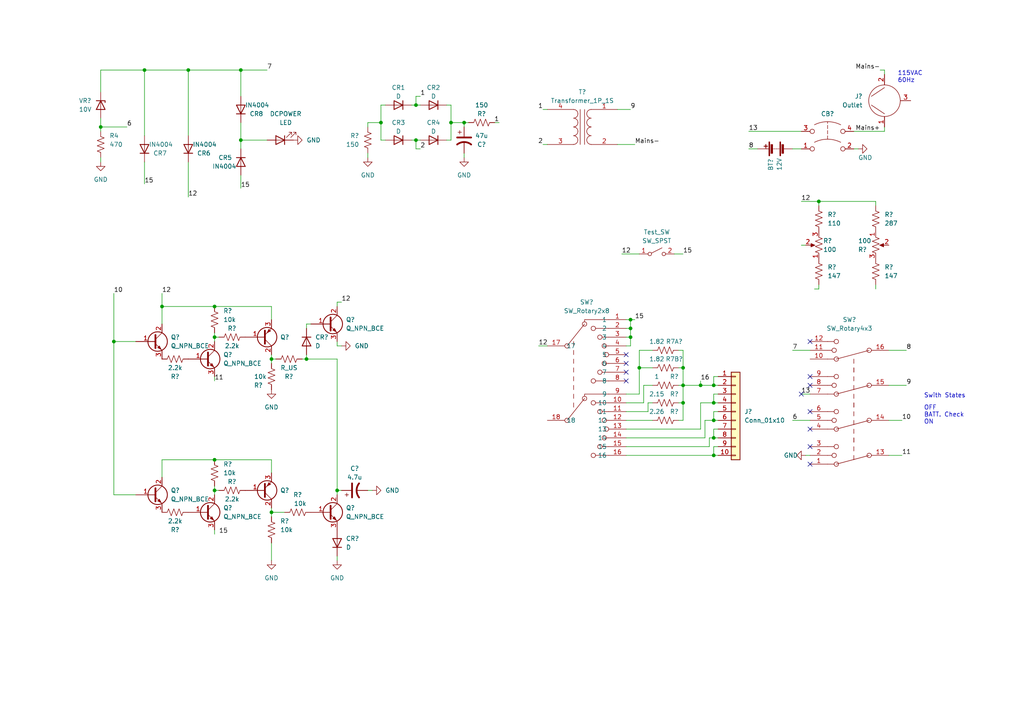
<source format=kicad_sch>
(kicad_sch (version 20211123) (generator eeschema)

  (uuid 9538e4ed-27e6-4c37-b989-9859dc0d49e8)

  (paper "A4")

  (lib_symbols
    (symbol "Connector_Generic:Conn_01x10" (pin_names (offset 1.016) hide) (in_bom yes) (on_board yes)
      (property "Reference" "J" (id 0) (at 0 12.7 0)
        (effects (font (size 1.27 1.27)))
      )
      (property "Value" "Conn_01x10" (id 1) (at 0 -15.24 0)
        (effects (font (size 1.27 1.27)))
      )
      (property "Footprint" "" (id 2) (at 0 0 0)
        (effects (font (size 1.27 1.27)) hide)
      )
      (property "Datasheet" "~" (id 3) (at 0 0 0)
        (effects (font (size 1.27 1.27)) hide)
      )
      (property "ki_keywords" "connector" (id 4) (at 0 0 0)
        (effects (font (size 1.27 1.27)) hide)
      )
      (property "ki_description" "Generic connector, single row, 01x10, script generated (kicad-library-utils/schlib/autogen/connector/)" (id 5) (at 0 0 0)
        (effects (font (size 1.27 1.27)) hide)
      )
      (property "ki_fp_filters" "Connector*:*_1x??_*" (id 6) (at 0 0 0)
        (effects (font (size 1.27 1.27)) hide)
      )
      (symbol "Conn_01x10_1_1"
        (rectangle (start -1.27 -12.573) (end 0 -12.827)
          (stroke (width 0.1524) (type default) (color 0 0 0 0))
          (fill (type none))
        )
        (rectangle (start -1.27 -10.033) (end 0 -10.287)
          (stroke (width 0.1524) (type default) (color 0 0 0 0))
          (fill (type none))
        )
        (rectangle (start -1.27 -7.493) (end 0 -7.747)
          (stroke (width 0.1524) (type default) (color 0 0 0 0))
          (fill (type none))
        )
        (rectangle (start -1.27 -4.953) (end 0 -5.207)
          (stroke (width 0.1524) (type default) (color 0 0 0 0))
          (fill (type none))
        )
        (rectangle (start -1.27 -2.413) (end 0 -2.667)
          (stroke (width 0.1524) (type default) (color 0 0 0 0))
          (fill (type none))
        )
        (rectangle (start -1.27 0.127) (end 0 -0.127)
          (stroke (width 0.1524) (type default) (color 0 0 0 0))
          (fill (type none))
        )
        (rectangle (start -1.27 2.667) (end 0 2.413)
          (stroke (width 0.1524) (type default) (color 0 0 0 0))
          (fill (type none))
        )
        (rectangle (start -1.27 5.207) (end 0 4.953)
          (stroke (width 0.1524) (type default) (color 0 0 0 0))
          (fill (type none))
        )
        (rectangle (start -1.27 7.747) (end 0 7.493)
          (stroke (width 0.1524) (type default) (color 0 0 0 0))
          (fill (type none))
        )
        (rectangle (start -1.27 10.287) (end 0 10.033)
          (stroke (width 0.1524) (type default) (color 0 0 0 0))
          (fill (type none))
        )
        (rectangle (start -1.27 11.43) (end 1.27 -13.97)
          (stroke (width 0.254) (type default) (color 0 0 0 0))
          (fill (type background))
        )
        (pin passive line (at -5.08 10.16 0) (length 3.81)
          (name "Pin_1" (effects (font (size 1.27 1.27))))
          (number "1" (effects (font (size 1.27 1.27))))
        )
        (pin passive line (at -5.08 -12.7 0) (length 3.81)
          (name "Pin_10" (effects (font (size 1.27 1.27))))
          (number "10" (effects (font (size 1.27 1.27))))
        )
        (pin passive line (at -5.08 7.62 0) (length 3.81)
          (name "Pin_2" (effects (font (size 1.27 1.27))))
          (number "2" (effects (font (size 1.27 1.27))))
        )
        (pin passive line (at -5.08 5.08 0) (length 3.81)
          (name "Pin_3" (effects (font (size 1.27 1.27))))
          (number "3" (effects (font (size 1.27 1.27))))
        )
        (pin passive line (at -5.08 2.54 0) (length 3.81)
          (name "Pin_4" (effects (font (size 1.27 1.27))))
          (number "4" (effects (font (size 1.27 1.27))))
        )
        (pin passive line (at -5.08 0 0) (length 3.81)
          (name "Pin_5" (effects (font (size 1.27 1.27))))
          (number "5" (effects (font (size 1.27 1.27))))
        )
        (pin passive line (at -5.08 -2.54 0) (length 3.81)
          (name "Pin_6" (effects (font (size 1.27 1.27))))
          (number "6" (effects (font (size 1.27 1.27))))
        )
        (pin passive line (at -5.08 -5.08 0) (length 3.81)
          (name "Pin_7" (effects (font (size 1.27 1.27))))
          (number "7" (effects (font (size 1.27 1.27))))
        )
        (pin passive line (at -5.08 -7.62 0) (length 3.81)
          (name "Pin_8" (effects (font (size 1.27 1.27))))
          (number "8" (effects (font (size 1.27 1.27))))
        )
        (pin passive line (at -5.08 -10.16 0) (length 3.81)
          (name "Pin_9" (effects (font (size 1.27 1.27))))
          (number "9" (effects (font (size 1.27 1.27))))
        )
      )
    )
    (symbol "Device:Battery" (pin_numbers hide) (pin_names (offset 0) hide) (in_bom yes) (on_board yes)
      (property "Reference" "BT" (id 0) (at 2.54 2.54 0)
        (effects (font (size 1.27 1.27)) (justify left))
      )
      (property "Value" "Battery" (id 1) (at 2.54 0 0)
        (effects (font (size 1.27 1.27)) (justify left))
      )
      (property "Footprint" "" (id 2) (at 0 1.524 90)
        (effects (font (size 1.27 1.27)) hide)
      )
      (property "Datasheet" "~" (id 3) (at 0 1.524 90)
        (effects (font (size 1.27 1.27)) hide)
      )
      (property "ki_keywords" "batt voltage-source cell" (id 4) (at 0 0 0)
        (effects (font (size 1.27 1.27)) hide)
      )
      (property "ki_description" "Multiple-cell battery" (id 5) (at 0 0 0)
        (effects (font (size 1.27 1.27)) hide)
      )
      (symbol "Battery_0_1"
        (rectangle (start -2.032 -1.397) (end 2.032 -1.651)
          (stroke (width 0) (type default) (color 0 0 0 0))
          (fill (type outline))
        )
        (rectangle (start -2.032 1.778) (end 2.032 1.524)
          (stroke (width 0) (type default) (color 0 0 0 0))
          (fill (type outline))
        )
        (rectangle (start -1.3208 -1.9812) (end 1.27 -2.4892)
          (stroke (width 0) (type default) (color 0 0 0 0))
          (fill (type outline))
        )
        (rectangle (start -1.3208 1.1938) (end 1.27 0.6858)
          (stroke (width 0) (type default) (color 0 0 0 0))
          (fill (type outline))
        )
        (polyline
          (pts
            (xy 0 -1.524)
            (xy 0 -1.27)
          )
          (stroke (width 0) (type default) (color 0 0 0 0))
          (fill (type none))
        )
        (polyline
          (pts
            (xy 0 -1.016)
            (xy 0 -0.762)
          )
          (stroke (width 0) (type default) (color 0 0 0 0))
          (fill (type none))
        )
        (polyline
          (pts
            (xy 0 -0.508)
            (xy 0 -0.254)
          )
          (stroke (width 0) (type default) (color 0 0 0 0))
          (fill (type none))
        )
        (polyline
          (pts
            (xy 0 0)
            (xy 0 0.254)
          )
          (stroke (width 0) (type default) (color 0 0 0 0))
          (fill (type none))
        )
        (polyline
          (pts
            (xy 0 0.508)
            (xy 0 0.762)
          )
          (stroke (width 0) (type default) (color 0 0 0 0))
          (fill (type none))
        )
        (polyline
          (pts
            (xy 0 1.778)
            (xy 0 2.54)
          )
          (stroke (width 0) (type default) (color 0 0 0 0))
          (fill (type none))
        )
        (polyline
          (pts
            (xy 0.254 2.667)
            (xy 1.27 2.667)
          )
          (stroke (width 0.254) (type default) (color 0 0 0 0))
          (fill (type none))
        )
        (polyline
          (pts
            (xy 0.762 3.175)
            (xy 0.762 2.159)
          )
          (stroke (width 0.254) (type default) (color 0 0 0 0))
          (fill (type none))
        )
      )
      (symbol "Battery_1_1"
        (pin passive line (at 0 5.08 270) (length 2.54)
          (name "+" (effects (font (size 1.27 1.27))))
          (number "1" (effects (font (size 1.27 1.27))))
        )
        (pin passive line (at 0 -5.08 90) (length 2.54)
          (name "-" (effects (font (size 1.27 1.27))))
          (number "2" (effects (font (size 1.27 1.27))))
        )
      )
    )
    (symbol "Device:C_Polarized_US" (pin_numbers hide) (pin_names (offset 0.254) hide) (in_bom yes) (on_board yes)
      (property "Reference" "C" (id 0) (at 0.635 2.54 0)
        (effects (font (size 1.27 1.27)) (justify left))
      )
      (property "Value" "C_Polarized_US" (id 1) (at 0.635 -2.54 0)
        (effects (font (size 1.27 1.27)) (justify left))
      )
      (property "Footprint" "" (id 2) (at 0 0 0)
        (effects (font (size 1.27 1.27)) hide)
      )
      (property "Datasheet" "~" (id 3) (at 0 0 0)
        (effects (font (size 1.27 1.27)) hide)
      )
      (property "ki_keywords" "cap capacitor" (id 4) (at 0 0 0)
        (effects (font (size 1.27 1.27)) hide)
      )
      (property "ki_description" "Polarized capacitor, US symbol" (id 5) (at 0 0 0)
        (effects (font (size 1.27 1.27)) hide)
      )
      (property "ki_fp_filters" "CP_*" (id 6) (at 0 0 0)
        (effects (font (size 1.27 1.27)) hide)
      )
      (symbol "C_Polarized_US_0_1"
        (polyline
          (pts
            (xy -2.032 0.762)
            (xy 2.032 0.762)
          )
          (stroke (width 0.508) (type default) (color 0 0 0 0))
          (fill (type none))
        )
        (polyline
          (pts
            (xy -1.778 2.286)
            (xy -0.762 2.286)
          )
          (stroke (width 0) (type default) (color 0 0 0 0))
          (fill (type none))
        )
        (polyline
          (pts
            (xy -1.27 1.778)
            (xy -1.27 2.794)
          )
          (stroke (width 0) (type default) (color 0 0 0 0))
          (fill (type none))
        )
        (arc (start 2.032 -1.27) (mid 0 -0.5572) (end -2.032 -1.27)
          (stroke (width 0.508) (type default) (color 0 0 0 0))
          (fill (type none))
        )
      )
      (symbol "C_Polarized_US_1_1"
        (pin passive line (at 0 3.81 270) (length 2.794)
          (name "~" (effects (font (size 1.27 1.27))))
          (number "1" (effects (font (size 1.27 1.27))))
        )
        (pin passive line (at 0 -3.81 90) (length 3.302)
          (name "~" (effects (font (size 1.27 1.27))))
          (number "2" (effects (font (size 1.27 1.27))))
        )
      )
    )
    (symbol "Device:CircuitBreaker_2P_US" (in_bom yes) (on_board yes)
      (property "Reference" "CB" (id 0) (at 6.35 -1.27 0)
        (effects (font (size 1.27 1.27)) (justify left))
      )
      (property "Value" "CircuitBreaker_2P_US" (id 1) (at 6.35 1.27 0)
        (effects (font (size 1.27 1.27)) (justify left))
      )
      (property "Footprint" "" (id 2) (at -2.54 0 0)
        (effects (font (size 1.27 1.27)) hide)
      )
      (property "Datasheet" "~" (id 3) (at -2.54 0 0)
        (effects (font (size 1.27 1.27)) hide)
      )
      (property "ki_keywords" "CB 2P" (id 4) (at 0 0 0)
        (effects (font (size 1.27 1.27)) hide)
      )
      (property "ki_description" "Double pole circuit breaker, US symbol" (id 5) (at 0 0 0)
        (effects (font (size 1.27 1.27)) hide)
      )
      (symbol "CircuitBreaker_2P_US_0_1"
        (circle (center -2.54 -4.445) (radius 0.635)
          (stroke (width 0) (type default) (color 0 0 0 0))
          (fill (type none))
        )
        (circle (center -2.54 4.445) (radius 0.635)
          (stroke (width 0) (type default) (color 0 0 0 0))
          (fill (type none))
        )
        (arc (start -0.635 -3.81) (mid 0.2644 0) (end -0.635 3.81)
          (stroke (width 0) (type default) (color 0 0 0 0))
          (fill (type none))
        )
        (polyline
          (pts
            (xy 0.254 0)
            (xy 0.254 0)
          )
          (stroke (width 0) (type default) (color 0 0 0 0))
          (fill (type none))
        )
        (polyline
          (pts
            (xy 0.254 0)
            (xy 1.27 0)
          )
          (stroke (width 0) (type default) (color 0 0 0 0))
          (fill (type none))
        )
        (polyline
          (pts
            (xy 1.778 0)
            (xy 2.794 0)
          )
          (stroke (width 0) (type default) (color 0 0 0 0))
          (fill (type none))
        )
        (polyline
          (pts
            (xy 3.302 0)
            (xy 4.318 0)
          )
          (stroke (width 0) (type default) (color 0 0 0 0))
          (fill (type none))
        )
        (polyline
          (pts
            (xy 4.826 0)
            (xy 5.334 0)
          )
          (stroke (width 0) (type default) (color 0 0 0 0))
          (fill (type none))
        )
      )
      (symbol "CircuitBreaker_2P_US_1_1"
        (circle (center 2.54 -4.445) (radius 0.635)
          (stroke (width 0) (type default) (color 0 0 0 0))
          (fill (type none))
        )
        (circle (center 2.54 4.445) (radius 0.635)
          (stroke (width 0) (type default) (color 0 0 0 0))
          (fill (type none))
        )
        (arc (start 4.445 -3.81) (mid 5.3444 0) (end 4.445 3.81)
          (stroke (width 0) (type default) (color 0 0 0 0))
          (fill (type none))
        )
        (pin passive line (at -2.54 7.62 270) (length 2.54)
          (name "~" (effects (font (size 1.27 1.27))))
          (number "1" (effects (font (size 1.27 1.27))))
        )
        (pin passive line (at -2.54 -7.62 90) (length 2.54)
          (name "~" (effects (font (size 1.27 1.27))))
          (number "2" (effects (font (size 1.27 1.27))))
        )
        (pin passive line (at 2.54 7.62 270) (length 2.54)
          (name "~" (effects (font (size 1.27 1.27))))
          (number "3" (effects (font (size 1.27 1.27))))
        )
        (pin passive line (at 2.54 -7.62 90) (length 2.54)
          (name "~" (effects (font (size 1.27 1.27))))
          (number "4" (effects (font (size 1.27 1.27))))
        )
      )
    )
    (symbol "Device:D" (pin_numbers hide) (pin_names (offset 1.016) hide) (in_bom yes) (on_board yes)
      (property "Reference" "D" (id 0) (at 0 2.54 0)
        (effects (font (size 1.27 1.27)))
      )
      (property "Value" "D" (id 1) (at 0 -2.54 0)
        (effects (font (size 1.27 1.27)))
      )
      (property "Footprint" "" (id 2) (at 0 0 0)
        (effects (font (size 1.27 1.27)) hide)
      )
      (property "Datasheet" "~" (id 3) (at 0 0 0)
        (effects (font (size 1.27 1.27)) hide)
      )
      (property "ki_keywords" "diode" (id 4) (at 0 0 0)
        (effects (font (size 1.27 1.27)) hide)
      )
      (property "ki_description" "Diode" (id 5) (at 0 0 0)
        (effects (font (size 1.27 1.27)) hide)
      )
      (property "ki_fp_filters" "TO-???* *_Diode_* *SingleDiode* D_*" (id 6) (at 0 0 0)
        (effects (font (size 1.27 1.27)) hide)
      )
      (symbol "D_0_1"
        (polyline
          (pts
            (xy -1.27 1.27)
            (xy -1.27 -1.27)
          )
          (stroke (width 0.254) (type default) (color 0 0 0 0))
          (fill (type none))
        )
        (polyline
          (pts
            (xy 1.27 0)
            (xy -1.27 0)
          )
          (stroke (width 0) (type default) (color 0 0 0 0))
          (fill (type none))
        )
        (polyline
          (pts
            (xy 1.27 1.27)
            (xy 1.27 -1.27)
            (xy -1.27 0)
            (xy 1.27 1.27)
          )
          (stroke (width 0.254) (type default) (color 0 0 0 0))
          (fill (type none))
        )
      )
      (symbol "D_1_1"
        (pin passive line (at -3.81 0 0) (length 2.54)
          (name "K" (effects (font (size 1.27 1.27))))
          (number "1" (effects (font (size 1.27 1.27))))
        )
        (pin passive line (at 3.81 0 180) (length 2.54)
          (name "A" (effects (font (size 1.27 1.27))))
          (number "2" (effects (font (size 1.27 1.27))))
        )
      )
    )
    (symbol "Device:D_Zener" (pin_numbers hide) (pin_names (offset 1.016) hide) (in_bom yes) (on_board yes)
      (property "Reference" "D" (id 0) (at 0 2.54 0)
        (effects (font (size 1.27 1.27)))
      )
      (property "Value" "D_Zener" (id 1) (at 0 -2.54 0)
        (effects (font (size 1.27 1.27)))
      )
      (property "Footprint" "" (id 2) (at 0 0 0)
        (effects (font (size 1.27 1.27)) hide)
      )
      (property "Datasheet" "~" (id 3) (at 0 0 0)
        (effects (font (size 1.27 1.27)) hide)
      )
      (property "ki_keywords" "diode" (id 4) (at 0 0 0)
        (effects (font (size 1.27 1.27)) hide)
      )
      (property "ki_description" "Zener diode" (id 5) (at 0 0 0)
        (effects (font (size 1.27 1.27)) hide)
      )
      (property "ki_fp_filters" "TO-???* *_Diode_* *SingleDiode* D_*" (id 6) (at 0 0 0)
        (effects (font (size 1.27 1.27)) hide)
      )
      (symbol "D_Zener_0_1"
        (polyline
          (pts
            (xy 1.27 0)
            (xy -1.27 0)
          )
          (stroke (width 0) (type default) (color 0 0 0 0))
          (fill (type none))
        )
        (polyline
          (pts
            (xy -1.27 -1.27)
            (xy -1.27 1.27)
            (xy -0.762 1.27)
          )
          (stroke (width 0.254) (type default) (color 0 0 0 0))
          (fill (type none))
        )
        (polyline
          (pts
            (xy 1.27 -1.27)
            (xy 1.27 1.27)
            (xy -1.27 0)
            (xy 1.27 -1.27)
          )
          (stroke (width 0.254) (type default) (color 0 0 0 0))
          (fill (type none))
        )
      )
      (symbol "D_Zener_1_1"
        (pin passive line (at -3.81 0 0) (length 2.54)
          (name "K" (effects (font (size 1.27 1.27))))
          (number "1" (effects (font (size 1.27 1.27))))
        )
        (pin passive line (at 3.81 0 180) (length 2.54)
          (name "A" (effects (font (size 1.27 1.27))))
          (number "2" (effects (font (size 1.27 1.27))))
        )
      )
    )
    (symbol "Device:LED" (pin_numbers hide) (pin_names (offset 1.016) hide) (in_bom yes) (on_board yes)
      (property "Reference" "D" (id 0) (at 0 2.54 0)
        (effects (font (size 1.27 1.27)))
      )
      (property "Value" "LED" (id 1) (at 0 -2.54 0)
        (effects (font (size 1.27 1.27)))
      )
      (property "Footprint" "" (id 2) (at 0 0 0)
        (effects (font (size 1.27 1.27)) hide)
      )
      (property "Datasheet" "~" (id 3) (at 0 0 0)
        (effects (font (size 1.27 1.27)) hide)
      )
      (property "ki_keywords" "LED diode" (id 4) (at 0 0 0)
        (effects (font (size 1.27 1.27)) hide)
      )
      (property "ki_description" "Light emitting diode" (id 5) (at 0 0 0)
        (effects (font (size 1.27 1.27)) hide)
      )
      (property "ki_fp_filters" "LED* LED_SMD:* LED_THT:*" (id 6) (at 0 0 0)
        (effects (font (size 1.27 1.27)) hide)
      )
      (symbol "LED_0_1"
        (polyline
          (pts
            (xy -1.27 -1.27)
            (xy -1.27 1.27)
          )
          (stroke (width 0.254) (type default) (color 0 0 0 0))
          (fill (type none))
        )
        (polyline
          (pts
            (xy -1.27 0)
            (xy 1.27 0)
          )
          (stroke (width 0) (type default) (color 0 0 0 0))
          (fill (type none))
        )
        (polyline
          (pts
            (xy 1.27 -1.27)
            (xy 1.27 1.27)
            (xy -1.27 0)
            (xy 1.27 -1.27)
          )
          (stroke (width 0.254) (type default) (color 0 0 0 0))
          (fill (type none))
        )
        (polyline
          (pts
            (xy -3.048 -0.762)
            (xy -4.572 -2.286)
            (xy -3.81 -2.286)
            (xy -4.572 -2.286)
            (xy -4.572 -1.524)
          )
          (stroke (width 0) (type default) (color 0 0 0 0))
          (fill (type none))
        )
        (polyline
          (pts
            (xy -1.778 -0.762)
            (xy -3.302 -2.286)
            (xy -2.54 -2.286)
            (xy -3.302 -2.286)
            (xy -3.302 -1.524)
          )
          (stroke (width 0) (type default) (color 0 0 0 0))
          (fill (type none))
        )
      )
      (symbol "LED_1_1"
        (pin passive line (at -3.81 0 0) (length 2.54)
          (name "K" (effects (font (size 1.27 1.27))))
          (number "1" (effects (font (size 1.27 1.27))))
        )
        (pin passive line (at 3.81 0 180) (length 2.54)
          (name "A" (effects (font (size 1.27 1.27))))
          (number "2" (effects (font (size 1.27 1.27))))
        )
      )
    )
    (symbol "Device:Q_NPN_BCE" (pin_names (offset 0) hide) (in_bom yes) (on_board yes)
      (property "Reference" "Q" (id 0) (at 5.08 1.27 0)
        (effects (font (size 1.27 1.27)) (justify left))
      )
      (property "Value" "Q_NPN_BCE" (id 1) (at 5.08 -1.27 0)
        (effects (font (size 1.27 1.27)) (justify left))
      )
      (property "Footprint" "" (id 2) (at 5.08 2.54 0)
        (effects (font (size 1.27 1.27)) hide)
      )
      (property "Datasheet" "~" (id 3) (at 0 0 0)
        (effects (font (size 1.27 1.27)) hide)
      )
      (property "ki_keywords" "transistor NPN" (id 4) (at 0 0 0)
        (effects (font (size 1.27 1.27)) hide)
      )
      (property "ki_description" "NPN transistor, base/collector/emitter" (id 5) (at 0 0 0)
        (effects (font (size 1.27 1.27)) hide)
      )
      (symbol "Q_NPN_BCE_0_1"
        (polyline
          (pts
            (xy 0.635 0.635)
            (xy 2.54 2.54)
          )
          (stroke (width 0) (type default) (color 0 0 0 0))
          (fill (type none))
        )
        (polyline
          (pts
            (xy 0.635 -0.635)
            (xy 2.54 -2.54)
            (xy 2.54 -2.54)
          )
          (stroke (width 0) (type default) (color 0 0 0 0))
          (fill (type none))
        )
        (polyline
          (pts
            (xy 0.635 1.905)
            (xy 0.635 -1.905)
            (xy 0.635 -1.905)
          )
          (stroke (width 0.508) (type default) (color 0 0 0 0))
          (fill (type none))
        )
        (polyline
          (pts
            (xy 1.27 -1.778)
            (xy 1.778 -1.27)
            (xy 2.286 -2.286)
            (xy 1.27 -1.778)
            (xy 1.27 -1.778)
          )
          (stroke (width 0) (type default) (color 0 0 0 0))
          (fill (type outline))
        )
        (circle (center 1.27 0) (radius 2.8194)
          (stroke (width 0.254) (type default) (color 0 0 0 0))
          (fill (type none))
        )
      )
      (symbol "Q_NPN_BCE_1_1"
        (pin input line (at -5.08 0 0) (length 5.715)
          (name "B" (effects (font (size 1.27 1.27))))
          (number "1" (effects (font (size 1.27 1.27))))
        )
        (pin passive line (at 2.54 5.08 270) (length 2.54)
          (name "C" (effects (font (size 1.27 1.27))))
          (number "2" (effects (font (size 1.27 1.27))))
        )
        (pin passive line (at 2.54 -5.08 90) (length 2.54)
          (name "E" (effects (font (size 1.27 1.27))))
          (number "3" (effects (font (size 1.27 1.27))))
        )
      )
    )
    (symbol "Device:Q_PNP_BCE" (pin_names (offset 0) hide) (in_bom yes) (on_board yes)
      (property "Reference" "Q" (id 0) (at 5.08 1.27 0)
        (effects (font (size 1.27 1.27)) (justify left))
      )
      (property "Value" "Q_PNP_BCE" (id 1) (at 5.08 -1.27 0)
        (effects (font (size 1.27 1.27)) (justify left))
      )
      (property "Footprint" "" (id 2) (at 5.08 2.54 0)
        (effects (font (size 1.27 1.27)) hide)
      )
      (property "Datasheet" "~" (id 3) (at 0 0 0)
        (effects (font (size 1.27 1.27)) hide)
      )
      (property "ki_keywords" "transistor PNP" (id 4) (at 0 0 0)
        (effects (font (size 1.27 1.27)) hide)
      )
      (property "ki_description" "PNP transistor, base/collector/emitter" (id 5) (at 0 0 0)
        (effects (font (size 1.27 1.27)) hide)
      )
      (symbol "Q_PNP_BCE_0_1"
        (polyline
          (pts
            (xy 0.635 0.635)
            (xy 2.54 2.54)
          )
          (stroke (width 0) (type default) (color 0 0 0 0))
          (fill (type none))
        )
        (polyline
          (pts
            (xy 0.635 -0.635)
            (xy 2.54 -2.54)
            (xy 2.54 -2.54)
          )
          (stroke (width 0) (type default) (color 0 0 0 0))
          (fill (type none))
        )
        (polyline
          (pts
            (xy 0.635 1.905)
            (xy 0.635 -1.905)
            (xy 0.635 -1.905)
          )
          (stroke (width 0.508) (type default) (color 0 0 0 0))
          (fill (type none))
        )
        (polyline
          (pts
            (xy 2.286 -1.778)
            (xy 1.778 -2.286)
            (xy 1.27 -1.27)
            (xy 2.286 -1.778)
            (xy 2.286 -1.778)
          )
          (stroke (width 0) (type default) (color 0 0 0 0))
          (fill (type outline))
        )
        (circle (center 1.27 0) (radius 2.8194)
          (stroke (width 0.254) (type default) (color 0 0 0 0))
          (fill (type none))
        )
      )
      (symbol "Q_PNP_BCE_1_1"
        (pin input line (at -5.08 0 0) (length 5.715)
          (name "B" (effects (font (size 1.27 1.27))))
          (number "1" (effects (font (size 1.27 1.27))))
        )
        (pin passive line (at 2.54 5.08 270) (length 2.54)
          (name "C" (effects (font (size 1.27 1.27))))
          (number "2" (effects (font (size 1.27 1.27))))
        )
        (pin passive line (at 2.54 -5.08 90) (length 2.54)
          (name "E" (effects (font (size 1.27 1.27))))
          (number "3" (effects (font (size 1.27 1.27))))
        )
      )
    )
    (symbol "Device:R_Potentiometer_US" (pin_names (offset 1.016) hide) (in_bom yes) (on_board yes)
      (property "Reference" "RV" (id 0) (at -4.445 0 90)
        (effects (font (size 1.27 1.27)))
      )
      (property "Value" "R_Potentiometer_US" (id 1) (at -2.54 0 90)
        (effects (font (size 1.27 1.27)))
      )
      (property "Footprint" "" (id 2) (at 0 0 0)
        (effects (font (size 1.27 1.27)) hide)
      )
      (property "Datasheet" "~" (id 3) (at 0 0 0)
        (effects (font (size 1.27 1.27)) hide)
      )
      (property "ki_keywords" "resistor variable" (id 4) (at 0 0 0)
        (effects (font (size 1.27 1.27)) hide)
      )
      (property "ki_description" "Potentiometer, US symbol" (id 5) (at 0 0 0)
        (effects (font (size 1.27 1.27)) hide)
      )
      (property "ki_fp_filters" "Potentiometer*" (id 6) (at 0 0 0)
        (effects (font (size 1.27 1.27)) hide)
      )
      (symbol "R_Potentiometer_US_0_1"
        (polyline
          (pts
            (xy 0 -2.286)
            (xy 0 -2.54)
          )
          (stroke (width 0) (type default) (color 0 0 0 0))
          (fill (type none))
        )
        (polyline
          (pts
            (xy 0 2.54)
            (xy 0 2.286)
          )
          (stroke (width 0) (type default) (color 0 0 0 0))
          (fill (type none))
        )
        (polyline
          (pts
            (xy 2.54 0)
            (xy 1.524 0)
          )
          (stroke (width 0) (type default) (color 0 0 0 0))
          (fill (type none))
        )
        (polyline
          (pts
            (xy 1.143 0)
            (xy 2.286 0.508)
            (xy 2.286 -0.508)
            (xy 1.143 0)
          )
          (stroke (width 0) (type default) (color 0 0 0 0))
          (fill (type outline))
        )
        (polyline
          (pts
            (xy 0 -0.762)
            (xy 1.016 -1.143)
            (xy 0 -1.524)
            (xy -1.016 -1.905)
            (xy 0 -2.286)
          )
          (stroke (width 0) (type default) (color 0 0 0 0))
          (fill (type none))
        )
        (polyline
          (pts
            (xy 0 0.762)
            (xy 1.016 0.381)
            (xy 0 0)
            (xy -1.016 -0.381)
            (xy 0 -0.762)
          )
          (stroke (width 0) (type default) (color 0 0 0 0))
          (fill (type none))
        )
        (polyline
          (pts
            (xy 0 2.286)
            (xy 1.016 1.905)
            (xy 0 1.524)
            (xy -1.016 1.143)
            (xy 0 0.762)
          )
          (stroke (width 0) (type default) (color 0 0 0 0))
          (fill (type none))
        )
      )
      (symbol "R_Potentiometer_US_1_1"
        (pin passive line (at 0 3.81 270) (length 1.27)
          (name "1" (effects (font (size 1.27 1.27))))
          (number "1" (effects (font (size 1.27 1.27))))
        )
        (pin passive line (at 3.81 0 180) (length 1.27)
          (name "2" (effects (font (size 1.27 1.27))))
          (number "2" (effects (font (size 1.27 1.27))))
        )
        (pin passive line (at 0 -3.81 90) (length 1.27)
          (name "3" (effects (font (size 1.27 1.27))))
          (number "3" (effects (font (size 1.27 1.27))))
        )
      )
    )
    (symbol "Device:R_US" (pin_numbers hide) (pin_names (offset 0)) (in_bom yes) (on_board yes)
      (property "Reference" "R" (id 0) (at 2.54 0 90)
        (effects (font (size 1.27 1.27)))
      )
      (property "Value" "R_US" (id 1) (at -2.54 0 90)
        (effects (font (size 1.27 1.27)))
      )
      (property "Footprint" "" (id 2) (at 1.016 -0.254 90)
        (effects (font (size 1.27 1.27)) hide)
      )
      (property "Datasheet" "~" (id 3) (at 0 0 0)
        (effects (font (size 1.27 1.27)) hide)
      )
      (property "ki_keywords" "R res resistor" (id 4) (at 0 0 0)
        (effects (font (size 1.27 1.27)) hide)
      )
      (property "ki_description" "Resistor, US symbol" (id 5) (at 0 0 0)
        (effects (font (size 1.27 1.27)) hide)
      )
      (property "ki_fp_filters" "R_*" (id 6) (at 0 0 0)
        (effects (font (size 1.27 1.27)) hide)
      )
      (symbol "R_US_0_1"
        (polyline
          (pts
            (xy 0 -2.286)
            (xy 0 -2.54)
          )
          (stroke (width 0) (type default) (color 0 0 0 0))
          (fill (type none))
        )
        (polyline
          (pts
            (xy 0 2.286)
            (xy 0 2.54)
          )
          (stroke (width 0) (type default) (color 0 0 0 0))
          (fill (type none))
        )
        (polyline
          (pts
            (xy 0 -0.762)
            (xy 1.016 -1.143)
            (xy 0 -1.524)
            (xy -1.016 -1.905)
            (xy 0 -2.286)
          )
          (stroke (width 0) (type default) (color 0 0 0 0))
          (fill (type none))
        )
        (polyline
          (pts
            (xy 0 0.762)
            (xy 1.016 0.381)
            (xy 0 0)
            (xy -1.016 -0.381)
            (xy 0 -0.762)
          )
          (stroke (width 0) (type default) (color 0 0 0 0))
          (fill (type none))
        )
        (polyline
          (pts
            (xy 0 2.286)
            (xy 1.016 1.905)
            (xy 0 1.524)
            (xy -1.016 1.143)
            (xy 0 0.762)
          )
          (stroke (width 0) (type default) (color 0 0 0 0))
          (fill (type none))
        )
      )
      (symbol "R_US_1_1"
        (pin passive line (at 0 3.81 270) (length 1.27)
          (name "~" (effects (font (size 1.27 1.27))))
          (number "1" (effects (font (size 1.27 1.27))))
        )
        (pin passive line (at 0 -3.81 90) (length 1.27)
          (name "~" (effects (font (size 1.27 1.27))))
          (number "2" (effects (font (size 1.27 1.27))))
        )
      )
    )
    (symbol "Device:Transformer_1P_1S" (pin_names (offset 1.016) hide) (in_bom yes) (on_board yes)
      (property "Reference" "T" (id 0) (at 0 6.35 0)
        (effects (font (size 1.27 1.27)))
      )
      (property "Value" "Transformer_1P_1S" (id 1) (at 0 -7.62 0)
        (effects (font (size 1.27 1.27)))
      )
      (property "Footprint" "" (id 2) (at 0 0 0)
        (effects (font (size 1.27 1.27)) hide)
      )
      (property "Datasheet" "~" (id 3) (at 0 0 0)
        (effects (font (size 1.27 1.27)) hide)
      )
      (property "ki_keywords" "transformer coil magnet" (id 4) (at 0 0 0)
        (effects (font (size 1.27 1.27)) hide)
      )
      (property "ki_description" "Transformer, single primary, single secondary" (id 5) (at 0 0 0)
        (effects (font (size 1.27 1.27)) hide)
      )
      (symbol "Transformer_1P_1S_0_1"
        (arc (start -2.54 -5.0546) (mid -1.6561 -4.6863) (end -1.27 -3.81)
          (stroke (width 0) (type default) (color 0 0 0 0))
          (fill (type none))
        )
        (arc (start -2.54 -2.5146) (mid -1.6561 -2.1463) (end -1.27 -1.27)
          (stroke (width 0) (type default) (color 0 0 0 0))
          (fill (type none))
        )
        (arc (start -2.54 0.0254) (mid -1.6561 0.3937) (end -1.27 1.27)
          (stroke (width 0) (type default) (color 0 0 0 0))
          (fill (type none))
        )
        (arc (start -2.54 2.5654) (mid -1.6561 2.9337) (end -1.27 3.81)
          (stroke (width 0) (type default) (color 0 0 0 0))
          (fill (type none))
        )
        (arc (start -1.27 -3.81) (mid -1.642 -2.912) (end -2.54 -2.54)
          (stroke (width 0) (type default) (color 0 0 0 0))
          (fill (type none))
        )
        (arc (start -1.27 -1.27) (mid -1.642 -0.372) (end -2.54 0)
          (stroke (width 0) (type default) (color 0 0 0 0))
          (fill (type none))
        )
        (arc (start -1.27 1.27) (mid -1.642 2.168) (end -2.54 2.54)
          (stroke (width 0) (type default) (color 0 0 0 0))
          (fill (type none))
        )
        (arc (start -1.27 3.81) (mid -1.642 4.708) (end -2.54 5.08)
          (stroke (width 0) (type default) (color 0 0 0 0))
          (fill (type none))
        )
        (polyline
          (pts
            (xy -0.635 5.08)
            (xy -0.635 -5.08)
          )
          (stroke (width 0) (type default) (color 0 0 0 0))
          (fill (type none))
        )
        (polyline
          (pts
            (xy 0.635 -5.08)
            (xy 0.635 5.08)
          )
          (stroke (width 0) (type default) (color 0 0 0 0))
          (fill (type none))
        )
        (arc (start 1.2954 -1.27) (mid 1.6599 -2.1501) (end 2.54 -2.5146)
          (stroke (width 0) (type default) (color 0 0 0 0))
          (fill (type none))
        )
        (arc (start 1.2954 1.27) (mid 1.6599 0.3899) (end 2.54 0.0254)
          (stroke (width 0) (type default) (color 0 0 0 0))
          (fill (type none))
        )
        (arc (start 1.2954 3.81) (mid 1.6599 2.9299) (end 2.54 2.5654)
          (stroke (width 0) (type default) (color 0 0 0 0))
          (fill (type none))
        )
        (arc (start 1.3208 -3.81) (mid 1.6853 -4.6901) (end 2.5654 -5.0546)
          (stroke (width 0) (type default) (color 0 0 0 0))
          (fill (type none))
        )
        (arc (start 2.54 0) (mid 1.6456 -0.3683) (end 1.2954 -1.27)
          (stroke (width 0) (type default) (color 0 0 0 0))
          (fill (type none))
        )
        (arc (start 2.54 2.54) (mid 1.6456 2.1717) (end 1.2954 1.27)
          (stroke (width 0) (type default) (color 0 0 0 0))
          (fill (type none))
        )
        (arc (start 2.54 5.08) (mid 1.6456 4.7117) (end 1.2954 3.81)
          (stroke (width 0) (type default) (color 0 0 0 0))
          (fill (type none))
        )
        (arc (start 2.5654 -2.54) (mid 1.671 -2.9083) (end 1.3208 -3.81)
          (stroke (width 0) (type default) (color 0 0 0 0))
          (fill (type none))
        )
      )
      (symbol "Transformer_1P_1S_1_1"
        (pin passive line (at -10.16 5.08 0) (length 7.62)
          (name "AA" (effects (font (size 1.27 1.27))))
          (number "1" (effects (font (size 1.27 1.27))))
        )
        (pin passive line (at -10.16 -5.08 0) (length 7.62)
          (name "AB" (effects (font (size 1.27 1.27))))
          (number "2" (effects (font (size 1.27 1.27))))
        )
        (pin passive line (at 10.16 -5.08 180) (length 7.62)
          (name "SA" (effects (font (size 1.27 1.27))))
          (number "3" (effects (font (size 1.27 1.27))))
        )
        (pin passive line (at 10.16 5.08 180) (length 7.62)
          (name "SB" (effects (font (size 1.27 1.27))))
          (number "4" (effects (font (size 1.27 1.27))))
        )
      )
    )
    (symbol "Switch:SW_Rotary4x3" (pin_names (offset 1.016) hide) (in_bom yes) (on_board yes)
      (property "Reference" "SW" (id 0) (at 0 20.32 0)
        (effects (font (size 1.27 1.27)))
      )
      (property "Value" "SW_Rotary4x3" (id 1) (at 0 -20.32 0)
        (effects (font (size 1.27 1.27)))
      )
      (property "Footprint" "" (id 2) (at -2.54 22.86 0)
        (effects (font (size 1.27 1.27)) hide)
      )
      (property "Datasheet" "http://cdn-reichelt.de/documents/datenblatt/C200/DS-Serie%23LOR.pdf" (id 3) (at -2.54 22.86 0)
        (effects (font (size 1.27 1.27)) hide)
      )
      (property "ki_keywords" "rotary switch" (id 4) (at 0 0 0)
        (effects (font (size 1.27 1.27)) hide)
      )
      (property "ki_description" "4 rotary switches with 3 positions" (id 5) (at 0 0 0)
        (effects (font (size 1.27 1.27)) hide)
      )
      (symbol "SW_Rotary4x3_0_0"
        (circle (center -4.445 -15.24) (radius 0.635)
          (stroke (width 0) (type default) (color 0 0 0 0))
          (fill (type none))
        )
        (circle (center -4.445 -5.08) (radius 0.635)
          (stroke (width 0) (type default) (color 0 0 0 0))
          (fill (type none))
        )
        (circle (center -4.445 5.08) (radius 0.635)
          (stroke (width 0) (type default) (color 0 0 0 0))
          (fill (type none))
        )
        (circle (center -4.445 15.24) (radius 0.635)
          (stroke (width 0) (type default) (color 0 0 0 0))
          (fill (type none))
        )
        (polyline
          (pts
            (xy -4.445 -15.24)
            (xy 5.08 -12.7)
          )
          (stroke (width 0) (type default) (color 0 0 0 0))
          (fill (type none))
        )
        (polyline
          (pts
            (xy -4.445 -5.08)
            (xy 5.08 -2.54)
          )
          (stroke (width 0) (type default) (color 0 0 0 0))
          (fill (type none))
        )
        (polyline
          (pts
            (xy -4.445 5.08)
            (xy 5.08 7.62)
          )
          (stroke (width 0) (type default) (color 0 0 0 0))
          (fill (type none))
        )
        (polyline
          (pts
            (xy -4.445 15.24)
            (xy 5.08 17.78)
          )
          (stroke (width 0) (type default) (color 0 0 0 0))
          (fill (type none))
        )
        (polyline
          (pts
            (xy 0 -12.7)
            (xy 0 -11.43)
          )
          (stroke (width 0) (type default) (color 0 0 0 0))
          (fill (type none))
        )
        (polyline
          (pts
            (xy 0 -10.16)
            (xy 0 -8.89)
          )
          (stroke (width 0) (type default) (color 0 0 0 0))
          (fill (type none))
        )
        (polyline
          (pts
            (xy 0 -10.16)
            (xy 0 -8.89)
          )
          (stroke (width 0) (type default) (color 0 0 0 0))
          (fill (type none))
        )
        (polyline
          (pts
            (xy 0 -7.62)
            (xy 0 -6.35)
          )
          (stroke (width 0) (type default) (color 0 0 0 0))
          (fill (type none))
        )
        (polyline
          (pts
            (xy 0 -5.08)
            (xy 0 -3.81)
          )
          (stroke (width 0) (type default) (color 0 0 0 0))
          (fill (type none))
        )
        (polyline
          (pts
            (xy 0 -2.54)
            (xy 0 -1.27)
          )
          (stroke (width 0) (type default) (color 0 0 0 0))
          (fill (type none))
        )
        (polyline
          (pts
            (xy 0 0)
            (xy 0 1.27)
          )
          (stroke (width 0) (type default) (color 0 0 0 0))
          (fill (type none))
        )
        (polyline
          (pts
            (xy 0 0)
            (xy 0 1.27)
          )
          (stroke (width 0) (type default) (color 0 0 0 0))
          (fill (type none))
        )
        (polyline
          (pts
            (xy 0 2.54)
            (xy 0 3.81)
          )
          (stroke (width 0) (type default) (color 0 0 0 0))
          (fill (type none))
        )
        (polyline
          (pts
            (xy 0 5.08)
            (xy 0 6.35)
          )
          (stroke (width 0) (type default) (color 0 0 0 0))
          (fill (type none))
        )
        (polyline
          (pts
            (xy 0 7.62)
            (xy 0 8.89)
          )
          (stroke (width 0) (type default) (color 0 0 0 0))
          (fill (type none))
        )
        (polyline
          (pts
            (xy 0 10.16)
            (xy 0 11.43)
          )
          (stroke (width 0) (type default) (color 0 0 0 0))
          (fill (type none))
        )
        (polyline
          (pts
            (xy 0 10.16)
            (xy 0 11.43)
          )
          (stroke (width 0) (type default) (color 0 0 0 0))
          (fill (type none))
        )
        (polyline
          (pts
            (xy 0 12.7)
            (xy 0 13.97)
          )
          (stroke (width 0) (type default) (color 0 0 0 0))
          (fill (type none))
        )
        (polyline
          (pts
            (xy 0 15.24)
            (xy 0 16.51)
          )
          (stroke (width 0) (type default) (color 0 0 0 0))
          (fill (type none))
        )
        (polyline
          (pts
            (xy 5.715 -17.78)
            (xy 7.62 -17.78)
          )
          (stroke (width 0) (type default) (color 0 0 0 0))
          (fill (type none))
        )
        (polyline
          (pts
            (xy 5.715 -12.7)
            (xy 7.62 -12.7)
          )
          (stroke (width 0) (type default) (color 0 0 0 0))
          (fill (type none))
        )
        (polyline
          (pts
            (xy 5.715 -7.62)
            (xy 7.62 -7.62)
          )
          (stroke (width 0) (type default) (color 0 0 0 0))
          (fill (type none))
        )
        (polyline
          (pts
            (xy 5.715 -2.54)
            (xy 7.62 -2.54)
          )
          (stroke (width 0) (type default) (color 0 0 0 0))
          (fill (type none))
        )
        (polyline
          (pts
            (xy 5.715 2.54)
            (xy 7.62 2.54)
          )
          (stroke (width 0) (type default) (color 0 0 0 0))
          (fill (type none))
        )
        (polyline
          (pts
            (xy 5.715 7.62)
            (xy 7.62 7.62)
          )
          (stroke (width 0) (type default) (color 0 0 0 0))
          (fill (type none))
        )
        (polyline
          (pts
            (xy 5.715 12.7)
            (xy 7.62 12.7)
          )
          (stroke (width 0) (type default) (color 0 0 0 0))
          (fill (type none))
        )
        (polyline
          (pts
            (xy 5.715 17.78)
            (xy 7.62 17.78)
          )
          (stroke (width 0) (type default) (color 0 0 0 0))
          (fill (type none))
        )
        (polyline
          (pts
            (xy 6.35 -15.24)
            (xy 7.62 -15.24)
          )
          (stroke (width 0) (type default) (color 0 0 0 0))
          (fill (type none))
        )
        (polyline
          (pts
            (xy 6.35 -5.08)
            (xy 7.62 -5.08)
          )
          (stroke (width 0) (type default) (color 0 0 0 0))
          (fill (type none))
        )
        (polyline
          (pts
            (xy 6.35 5.08)
            (xy 7.62 5.08)
          )
          (stroke (width 0) (type default) (color 0 0 0 0))
          (fill (type none))
        )
        (polyline
          (pts
            (xy 6.35 15.24)
            (xy 7.62 15.24)
          )
          (stroke (width 0) (type default) (color 0 0 0 0))
          (fill (type none))
        )
        (circle (center 5.08 -17.78) (radius 0.635)
          (stroke (width 0) (type default) (color 0 0 0 0))
          (fill (type none))
        )
        (circle (center 5.08 -12.7) (radius 0.635)
          (stroke (width 0) (type default) (color 0 0 0 0))
          (fill (type none))
        )
        (circle (center 5.08 -7.62) (radius 0.635)
          (stroke (width 0) (type default) (color 0 0 0 0))
          (fill (type none))
        )
        (circle (center 5.08 -2.54) (radius 0.635)
          (stroke (width 0) (type default) (color 0 0 0 0))
          (fill (type none))
        )
        (circle (center 5.08 2.54) (radius 0.635)
          (stroke (width 0) (type default) (color 0 0 0 0))
          (fill (type none))
        )
        (circle (center 5.08 7.62) (radius 0.635)
          (stroke (width 0) (type default) (color 0 0 0 0))
          (fill (type none))
        )
        (circle (center 5.08 12.7) (radius 0.635)
          (stroke (width 0) (type default) (color 0 0 0 0))
          (fill (type none))
        )
        (circle (center 5.08 17.78) (radius 0.635)
          (stroke (width 0) (type default) (color 0 0 0 0))
          (fill (type none))
        )
        (circle (center 5.715 -15.24) (radius 0.635)
          (stroke (width 0) (type default) (color 0 0 0 0))
          (fill (type none))
        )
        (circle (center 5.715 -5.08) (radius 0.635)
          (stroke (width 0) (type default) (color 0 0 0 0))
          (fill (type none))
        )
        (circle (center 5.715 5.08) (radius 0.635)
          (stroke (width 0) (type default) (color 0 0 0 0))
          (fill (type none))
        )
        (circle (center 5.715 15.24) (radius 0.635)
          (stroke (width 0) (type default) (color 0 0 0 0))
          (fill (type none))
        )
      )
      (symbol "SW_Rotary4x3_0_1"
        (pin passive line (at 12.7 17.78 180) (length 5.08)
          (name "1" (effects (font (size 1.27 1.27))))
          (number "1" (effects (font (size 1.27 1.27))))
        )
        (pin passive line (at 12.7 -12.7 180) (length 5.08)
          (name "10" (effects (font (size 1.27 1.27))))
          (number "10" (effects (font (size 1.27 1.27))))
        )
        (pin passive line (at 12.7 -15.24 180) (length 5.08)
          (name "11" (effects (font (size 1.27 1.27))))
          (number "11" (effects (font (size 1.27 1.27))))
        )
        (pin passive line (at 12.7 -17.78 180) (length 5.08)
          (name "12" (effects (font (size 1.27 1.27))))
          (number "12" (effects (font (size 1.27 1.27))))
        )
        (pin passive line (at -10.16 15.24 0) (length 5.08)
          (name "13" (effects (font (size 1.27 1.27))))
          (number "13" (effects (font (size 1.27 1.27))))
        )
        (pin passive line (at -10.16 5.08 0) (length 5.08)
          (name "14" (effects (font (size 1.27 1.27))))
          (number "14" (effects (font (size 1.27 1.27))))
        )
        (pin passive line (at -10.16 -5.08 0) (length 5.08)
          (name "15" (effects (font (size 1.27 1.27))))
          (number "15" (effects (font (size 1.27 1.27))))
        )
        (pin passive line (at -10.16 -15.24 0) (length 5.08)
          (name "16" (effects (font (size 1.27 1.27))))
          (number "16" (effects (font (size 1.27 1.27))))
        )
        (pin passive line (at 12.7 15.24 180) (length 5.08)
          (name "2" (effects (font (size 1.27 1.27))))
          (number "2" (effects (font (size 1.27 1.27))))
        )
        (pin passive line (at 12.7 12.7 180) (length 5.08)
          (name "3" (effects (font (size 1.27 1.27))))
          (number "3" (effects (font (size 1.27 1.27))))
        )
        (pin passive line (at 12.7 7.62 180) (length 5.08)
          (name "4" (effects (font (size 1.27 1.27))))
          (number "4" (effects (font (size 1.27 1.27))))
        )
        (pin passive line (at 12.7 5.08 180) (length 5.08)
          (name "5" (effects (font (size 1.27 1.27))))
          (number "5" (effects (font (size 1.27 1.27))))
        )
        (pin passive line (at 12.7 2.54 180) (length 5.08)
          (name "6" (effects (font (size 1.27 1.27))))
          (number "6" (effects (font (size 1.27 1.27))))
        )
        (pin passive line (at 12.7 -2.54 180) (length 5.08)
          (name "7" (effects (font (size 1.27 1.27))))
          (number "7" (effects (font (size 1.27 1.27))))
        )
        (pin passive line (at 12.7 -5.08 180) (length 5.08)
          (name "8" (effects (font (size 1.27 1.27))))
          (number "8" (effects (font (size 1.27 1.27))))
        )
        (pin passive line (at 12.7 -7.62 180) (length 5.08)
          (name "9" (effects (font (size 1.27 1.27))))
          (number "9" (effects (font (size 1.27 1.27))))
        )
      )
    )
    (symbol "Switch:SW_SPST" (pin_names (offset 0) hide) (in_bom yes) (on_board yes)
      (property "Reference" "SW" (id 0) (at 0 3.175 0)
        (effects (font (size 1.27 1.27)))
      )
      (property "Value" "SW_SPST" (id 1) (at 0 -2.54 0)
        (effects (font (size 1.27 1.27)))
      )
      (property "Footprint" "" (id 2) (at 0 0 0)
        (effects (font (size 1.27 1.27)) hide)
      )
      (property "Datasheet" "~" (id 3) (at 0 0 0)
        (effects (font (size 1.27 1.27)) hide)
      )
      (property "ki_keywords" "switch lever" (id 4) (at 0 0 0)
        (effects (font (size 1.27 1.27)) hide)
      )
      (property "ki_description" "Single Pole Single Throw (SPST) switch" (id 5) (at 0 0 0)
        (effects (font (size 1.27 1.27)) hide)
      )
      (symbol "SW_SPST_0_0"
        (circle (center -2.032 0) (radius 0.508)
          (stroke (width 0) (type default) (color 0 0 0 0))
          (fill (type none))
        )
        (polyline
          (pts
            (xy -1.524 0.254)
            (xy 1.524 1.778)
          )
          (stroke (width 0) (type default) (color 0 0 0 0))
          (fill (type none))
        )
        (circle (center 2.032 0) (radius 0.508)
          (stroke (width 0) (type default) (color 0 0 0 0))
          (fill (type none))
        )
      )
      (symbol "SW_SPST_1_1"
        (pin passive line (at -5.08 0 0) (length 2.54)
          (name "A" (effects (font (size 1.27 1.27))))
          (number "1" (effects (font (size 1.27 1.27))))
        )
        (pin passive line (at 5.08 0 180) (length 2.54)
          (name "B" (effects (font (size 1.27 1.27))))
          (number "2" (effects (font (size 1.27 1.27))))
        )
      )
    )
    (symbol "navsea:Outlet" (in_bom yes) (on_board yes)
      (property "Reference" "J" (id 0) (at 0 1.27 0)
        (effects (font (size 1.27 1.27)))
      )
      (property "Value" "Outlet" (id 1) (at 0 -1.27 0)
        (effects (font (size 1.27 1.27)))
      )
      (property "Footprint" "" (id 2) (at 0 0 0)
        (effects (font (size 1.27 1.27)) hide)
      )
      (property "Datasheet" "" (id 3) (at 0 0 0)
        (effects (font (size 1.27 1.27)) hide)
      )
      (symbol "Outlet_0_1"
        (polyline
          (pts
            (xy -3.81 -1.27)
            (xy 0 -3.81)
          )
          (stroke (width 0) (type default) (color 0 0 0 0))
          (fill (type none))
        )
        (polyline
          (pts
            (xy -3.81 1.27)
            (xy 0 3.81)
          )
          (stroke (width 0) (type default) (color 0 0 0 0))
          (fill (type none))
        )
        (circle (center 0 0) (radius 4.5791)
          (stroke (width 0) (type default) (color 0 0 0 0))
          (fill (type none))
        )
      )
      (symbol "Outlet_1_1"
        (pin output line (at 0 -7.62 90) (length 3)
          (name "" (effects (font (size 1.27 1.27))))
          (number "1" (effects (font (size 1.27 1.27))))
        )
        (pin output line (at 0 7.62 270) (length 3)
          (name "" (effects (font (size 1.27 1.27))))
          (number "2" (effects (font (size 1.27 1.27))))
        )
        (pin passive line (at 7.62 0 180) (length 3)
          (name "" (effects (font (size 1.27 1.27))))
          (number "3" (effects (font (size 1.27 1.27))))
        )
      )
    )
    (symbol "navsea:SW_Rotary2x8" (in_bom yes) (on_board yes)
      (property "Reference" "SW" (id 0) (at 0 26.035 0)
        (effects (font (size 1.27 1.27)))
      )
      (property "Value" "SW_Rotary2x8" (id 1) (at 1.27 23.495 0)
        (effects (font (size 1.27 1.27)))
      )
      (property "Footprint" "" (id 2) (at 0 26.035 0)
        (effects (font (size 1.27 1.27)) hide)
      )
      (property "Datasheet" "" (id 3) (at 0 26.035 0)
        (effects (font (size 1.27 1.27)) hide)
      )
      (symbol "SW_Rotary2x8_0_0"
        (circle (center -12.065 -8.89) (radius 0.635)
          (stroke (width 0) (type default) (color 0 0 0 0))
          (fill (type none))
        )
        (circle (center -12.065 12.7) (radius 0.635)
          (stroke (width 0) (type default) (color 0 0 0 0))
          (fill (type none))
        )
        (circle (center -6.985 -2.54) (radius 0.635)
          (stroke (width 0) (type default) (color 0 0 0 0))
          (fill (type none))
        )
        (circle (center -6.985 19.05) (radius 0.635)
          (stroke (width 0) (type default) (color 0 0 0 0))
          (fill (type none))
        )
        (circle (center -4.445 -19.05) (radius 0.635)
          (stroke (width 0) (type default) (color 0 0 0 0))
          (fill (type none))
        )
        (circle (center -4.445 -3.81) (radius 0.635)
          (stroke (width 0) (type default) (color 0 0 0 0))
          (fill (type none))
        )
        (circle (center -4.445 2.54) (radius 0.635)
          (stroke (width 0) (type default) (color 0 0 0 0))
          (fill (type none))
        )
        (circle (center -4.445 17.78) (radius 0.635)
          (stroke (width 0) (type default) (color 0 0 0 0))
          (fill (type none))
        )
        (circle (center -2.54 -16.51) (radius 0.635)
          (stroke (width 0) (type default) (color 0 0 0 0))
          (fill (type none))
        )
        (circle (center -2.54 -6.35) (radius 0.635)
          (stroke (width 0) (type default) (color 0 0 0 0))
          (fill (type none))
        )
        (circle (center -2.54 5.08) (radius 0.635)
          (stroke (width 0) (type default) (color 0 0 0 0))
          (fill (type none))
        )
        (circle (center -2.54 15.24) (radius 0.635)
          (stroke (width 0) (type default) (color 0 0 0 0))
          (fill (type none))
        )
        (circle (center -1.27 -13.97) (radius 0.635)
          (stroke (width 0) (type default) (color 0 0 0 0))
          (fill (type none))
        )
        (circle (center -1.27 -8.89) (radius 0.635)
          (stroke (width 0) (type default) (color 0 0 0 0))
          (fill (type none))
        )
        (circle (center -1.27 7.62) (radius 0.635)
          (stroke (width 0) (type default) (color 0 0 0 0))
          (fill (type none))
        )
        (circle (center -1.27 12.7) (radius 0.635)
          (stroke (width 0) (type default) (color 0 0 0 0))
          (fill (type none))
        )
        (circle (center -0.635 -11.43) (radius 0.635)
          (stroke (width 0) (type default) (color 0 0 0 0))
          (fill (type none))
        )
        (circle (center -0.635 10.16) (radius 0.635)
          (stroke (width 0) (type default) (color 0 0 0 0))
          (fill (type none))
        )
        (polyline
          (pts
            (xy -12.065 -8.89)
            (xy -6.985 -2.54)
          )
          (stroke (width 0) (type default) (color 0 0 0 0))
          (fill (type none))
        )
        (polyline
          (pts
            (xy -12.065 12.7)
            (xy -6.985 19.05)
          )
          (stroke (width 0) (type default) (color 0 0 0 0))
          (fill (type none))
        )
        (polyline
          (pts
            (xy -10.16 -5.08)
            (xy -10.16 -3.81)
          )
          (stroke (width 0) (type default) (color 0 0 0 0))
          (fill (type none))
        )
        (polyline
          (pts
            (xy -10.16 -2.54)
            (xy -10.16 -1.27)
          )
          (stroke (width 0) (type default) (color 0 0 0 0))
          (fill (type none))
        )
        (polyline
          (pts
            (xy -10.16 0)
            (xy -10.16 1.27)
          )
          (stroke (width 0) (type default) (color 0 0 0 0))
          (fill (type none))
        )
        (polyline
          (pts
            (xy -10.16 2.54)
            (xy -10.16 3.81)
          )
          (stroke (width 0) (type default) (color 0 0 0 0))
          (fill (type none))
        )
        (polyline
          (pts
            (xy -10.16 5.08)
            (xy -10.16 6.35)
          )
          (stroke (width 0) (type default) (color 0 0 0 0))
          (fill (type none))
        )
        (polyline
          (pts
            (xy -10.16 7.62)
            (xy -10.16 8.89)
          )
          (stroke (width 0) (type default) (color 0 0 0 0))
          (fill (type none))
        )
        (polyline
          (pts
            (xy -10.16 10.16)
            (xy -10.16 11.43)
          )
          (stroke (width 0) (type default) (color 0 0 0 0))
          (fill (type none))
        )
        (polyline
          (pts
            (xy -10.16 12.7)
            (xy -10.16 13.97)
          )
          (stroke (width 0) (type default) (color 0 0 0 0))
          (fill (type none))
        )
        (polyline
          (pts
            (xy 0 -19.05)
            (xy -3.81 -19.05)
          )
          (stroke (width 0) (type default) (color 0 0 0 0))
          (fill (type none))
        )
        (polyline
          (pts
            (xy 0 -13.97)
            (xy -0.635 -13.97)
          )
          (stroke (width 0) (type default) (color 0 0 0 0))
          (fill (type none))
        )
        (polyline
          (pts
            (xy 0 -8.89)
            (xy -0.635 -8.89)
          )
          (stroke (width 0) (type default) (color 0 0 0 0))
          (fill (type none))
        )
        (polyline
          (pts
            (xy 0 -6.35)
            (xy -1.905 -6.35)
          )
          (stroke (width 0) (type default) (color 0 0 0 0))
          (fill (type none))
        )
        (polyline
          (pts
            (xy 0 -3.81)
            (xy -3.81 -3.81)
          )
          (stroke (width 0) (type default) (color 0 0 0 0))
          (fill (type none))
        )
        (polyline
          (pts
            (xy 0 2.54)
            (xy -3.81 2.54)
          )
          (stroke (width 0) (type default) (color 0 0 0 0))
          (fill (type none))
        )
        (polyline
          (pts
            (xy 0 7.62)
            (xy -0.635 7.62)
          )
          (stroke (width 0) (type default) (color 0 0 0 0))
          (fill (type none))
        )
        (polyline
          (pts
            (xy 0 12.7)
            (xy -0.635 12.7)
          )
          (stroke (width 0) (type default) (color 0 0 0 0))
          (fill (type none))
        )
        (polyline
          (pts
            (xy 0 15.24)
            (xy -1.905 15.24)
          )
          (stroke (width 0) (type default) (color 0 0 0 0))
          (fill (type none))
        )
        (polyline
          (pts
            (xy 0 17.78)
            (xy -3.81 17.78)
          )
          (stroke (width 0) (type default) (color 0 0 0 0))
          (fill (type none))
        )
        (polyline
          (pts
            (xy -6.985 -1.905)
            (xy -6.985 -1.27)
            (xy 0 -1.27)
          )
          (stroke (width 0) (type default) (color 0 0 0 0))
          (fill (type none))
        )
        (polyline
          (pts
            (xy -6.985 19.685)
            (xy -6.985 20.32)
            (xy 0 20.32)
          )
          (stroke (width 0) (type default) (color 0 0 0 0))
          (fill (type none))
        )
        (polyline
          (pts
            (xy 0 -16.51)
            (xy -1.778 -16.51)
            (xy -1.905 -16.51)
          )
          (stroke (width 0) (type default) (color 0 0 0 0))
          (fill (type none))
        )
        (polyline
          (pts
            (xy 0 5.08)
            (xy -1.778 5.08)
            (xy -1.905 5.08)
          )
          (stroke (width 0) (type default) (color 0 0 0 0))
          (fill (type none))
        )
      )
      (symbol "SW_Rotary2x8_0_1"
        (pin passive line (at 5.08 20.32 180) (length 5.08)
          (name "1" (effects (font (size 1.27 1.27))))
          (number "1" (effects (font (size 1.27 1.27))))
        )
        (pin passive line (at 5.08 -3.81 180) (length 5.08)
          (name "10" (effects (font (size 1.27 1.27))))
          (number "10" (effects (font (size 1.27 1.27))))
        )
        (pin passive line (at 5.08 -6.35 180) (length 5.08)
          (name "11" (effects (font (size 1.27 1.27))))
          (number "11" (effects (font (size 1.27 1.27))))
        )
        (pin passive line (at 5.08 -8.89 180) (length 5.08)
          (name "12" (effects (font (size 1.27 1.27))))
          (number "12" (effects (font (size 1.27 1.27))))
        )
        (pin passive line (at 5.08 -11.43 180) (length 5.08)
          (name "13" (effects (font (size 1.27 1.27))))
          (number "13" (effects (font (size 1.27 1.27))))
        )
        (pin passive line (at 5.08 -13.97 180) (length 5.08)
          (name "14" (effects (font (size 1.27 1.27))))
          (number "14" (effects (font (size 1.27 1.27))))
        )
        (pin passive line (at 5.08 -16.51 180) (length 5.08)
          (name "15" (effects (font (size 1.27 1.27))))
          (number "15" (effects (font (size 1.27 1.27))))
        )
        (pin passive line (at 5.08 -19.05 180) (length 5.08)
          (name "16" (effects (font (size 1.27 1.27))))
          (number "16" (effects (font (size 1.27 1.27))))
        )
        (pin passive line (at -17.78 12.7 0) (length 5.08)
          (name "17" (effects (font (size 1.27 1.27))))
          (number "17" (effects (font (size 1.27 1.27))))
        )
        (pin passive line (at -17.78 -8.89 0) (length 5.08)
          (name "18" (effects (font (size 1.27 1.27))))
          (number "18" (effects (font (size 1.27 1.27))))
        )
        (pin passive line (at 5.08 17.78 180) (length 5.08)
          (name "2" (effects (font (size 1.27 1.27))))
          (number "2" (effects (font (size 1.27 1.27))))
        )
        (pin passive line (at 5.08 15.24 180) (length 5.08)
          (name "3" (effects (font (size 1.27 1.27))))
          (number "3" (effects (font (size 1.27 1.27))))
        )
        (pin passive line (at 5.08 12.7 180) (length 5.08)
          (name "4" (effects (font (size 1.27 1.27))))
          (number "4" (effects (font (size 1.27 1.27))))
        )
        (pin passive line (at 5.08 10.16 180) (length 5.08)
          (name "5" (effects (font (size 1.27 1.27))))
          (number "5" (effects (font (size 1.27 1.27))))
        )
        (pin passive line (at 5.08 7.62 180) (length 5.08)
          (name "6" (effects (font (size 1.27 1.27))))
          (number "6" (effects (font (size 1.27 1.27))))
        )
        (pin passive line (at 5.08 5.08 180) (length 5.08)
          (name "7" (effects (font (size 1.27 1.27))))
          (number "7" (effects (font (size 1.27 1.27))))
        )
        (pin passive line (at 5.08 2.54 180) (length 5.08)
          (name "8" (effects (font (size 1.27 1.27))))
          (number "8" (effects (font (size 1.27 1.27))))
        )
        (pin passive line (at 5.08 -1.27 180) (length 5.08)
          (name "9" (effects (font (size 1.27 1.27))))
          (number "9" (effects (font (size 1.27 1.27))))
        )
      )
    )
    (symbol "power:GND" (power) (pin_names (offset 0)) (in_bom yes) (on_board yes)
      (property "Reference" "#PWR" (id 0) (at 0 -6.35 0)
        (effects (font (size 1.27 1.27)) hide)
      )
      (property "Value" "GND" (id 1) (at 0 -3.81 0)
        (effects (font (size 1.27 1.27)))
      )
      (property "Footprint" "" (id 2) (at 0 0 0)
        (effects (font (size 1.27 1.27)) hide)
      )
      (property "Datasheet" "" (id 3) (at 0 0 0)
        (effects (font (size 1.27 1.27)) hide)
      )
      (property "ki_keywords" "power-flag" (id 4) (at 0 0 0)
        (effects (font (size 1.27 1.27)) hide)
      )
      (property "ki_description" "Power symbol creates a global label with name \"GND\" , ground" (id 5) (at 0 0 0)
        (effects (font (size 1.27 1.27)) hide)
      )
      (symbol "GND_0_1"
        (polyline
          (pts
            (xy 0 0)
            (xy 0 -1.27)
            (xy 1.27 -1.27)
            (xy 0 -2.54)
            (xy -1.27 -1.27)
            (xy 0 -1.27)
          )
          (stroke (width 0) (type default) (color 0 0 0 0))
          (fill (type none))
        )
      )
      (symbol "GND_1_1"
        (pin power_in line (at 0 0 270) (length 0) hide
          (name "GND" (effects (font (size 1.27 1.27))))
          (number "1" (effects (font (size 1.27 1.27))))
        )
      )
    )
  )

  (junction (at 29.21 36.83) (diameter 0) (color 0 0 0 0)
    (uuid 0359882b-988a-4a19-93d7-a99c5f66cfae)
  )
  (junction (at 185.42 106.68) (diameter 0) (color 0 0 0 0)
    (uuid 0d9efdde-06ea-47a2-bdf8-78af3ad3ce57)
  )
  (junction (at 120.65 30.48) (diameter 0) (color 0 0 0 0)
    (uuid 11c824ba-e6f9-40f4-b55b-7979f5b52af4)
  )
  (junction (at 207.01 132.08) (diameter 0) (color 0 0 0 0)
    (uuid 163963d5-9627-43e4-ac5c-e10ad7299143)
  )
  (junction (at 69.85 20.32) (diameter 0) (color 0 0 0 0)
    (uuid 175d93cd-2a91-4e22-af45-55facfcfe5ea)
  )
  (junction (at 120.65 40.64) (diameter 0) (color 0 0 0 0)
    (uuid 27f2aee9-b70a-446e-8ae3-81ee3cf52285)
  )
  (junction (at 207.01 121.92) (diameter 0) (color 0 0 0 0)
    (uuid 2c1ead4c-ba2b-4a8a-bb34-69dfd6a07338)
  )
  (junction (at 62.23 97.79) (diameter 0) (color 0 0 0 0)
    (uuid 39f5e172-e8f7-4f56-985b-f177b2bf16d4)
  )
  (junction (at 182.88 95.25) (diameter 0) (color 0 0 0 0)
    (uuid 3b5c237f-d7d6-49ed-b03e-6a11bbbe8b45)
  )
  (junction (at 33.02 99.06) (diameter 0) (color 0 0 0 0)
    (uuid 446af044-ed3c-43f8-8687-c1beb67b17db)
  )
  (junction (at 69.85 40.64) (diameter 0) (color 0 0 0 0)
    (uuid 5b2fdeb7-8a40-4243-95f3-5573a877c06f)
  )
  (junction (at 62.23 133.35) (diameter 0) (color 0 0 0 0)
    (uuid 5cfc80ec-92f7-4c36-85fa-88f9175e7f0f)
  )
  (junction (at 207.01 111.76) (diameter 0) (color 0 0 0 0)
    (uuid 606bed62-2645-43b2-8746-701feb5d482c)
  )
  (junction (at 182.88 92.71) (diameter 0) (color 0 0 0 0)
    (uuid 608b1311-8621-40a7-be19-36f27fed020a)
  )
  (junction (at 207.01 116.84) (diameter 0) (color 0 0 0 0)
    (uuid 72e8fcce-5083-40f6-a91f-3bfabc7c7549)
  )
  (junction (at 41.91 20.32) (diameter 0) (color 0 0 0 0)
    (uuid 83ef014b-1b1a-48d5-997e-b0085394ae0c)
  )
  (junction (at 130.81 35.56) (diameter 0) (color 0 0 0 0)
    (uuid 89462045-1675-4738-b698-ab91751bb1a9)
  )
  (junction (at 198.12 111.76) (diameter 0) (color 0 0 0 0)
    (uuid 8f5f6b78-7379-40ed-b159-1ace68a64faf)
  )
  (junction (at 134.62 35.56) (diameter 0) (color 0 0 0 0)
    (uuid 91ce3c0f-c4d0-4dca-b459-d74bba7b3152)
  )
  (junction (at 198.12 106.68) (diameter 0) (color 0 0 0 0)
    (uuid 96e9151c-3ffb-4971-98de-85cb948ccc16)
  )
  (junction (at 46.99 88.9) (diameter 0) (color 0 0 0 0)
    (uuid a4d4c554-2624-45df-8cb3-3bc20199ab99)
  )
  (junction (at 207.01 127) (diameter 0) (color 0 0 0 0)
    (uuid a5d01954-50f2-4ef4-ac22-4fad9b9b2741)
  )
  (junction (at 237.49 58.42) (diameter 0) (color 0 0 0 0)
    (uuid a9006e8f-5340-46d8-b2f5-67f32e115448)
  )
  (junction (at 54.61 20.32) (diameter 0) (color 0 0 0 0)
    (uuid a9cfd798-328d-49ad-a385-e6d5d0a31561)
  )
  (junction (at 198.12 116.84) (diameter 0) (color 0 0 0 0)
    (uuid ac6f6ed4-8668-453c-b29a-e5d6005ea361)
  )
  (junction (at 110.49 35.56) (diameter 0) (color 0 0 0 0)
    (uuid b7180d54-fb81-4f0a-8fa2-93df7f06af4a)
  )
  (junction (at 78.74 104.14) (diameter 0) (color 0 0 0 0)
    (uuid c4203582-5003-4e96-a118-28b8998fa335)
  )
  (junction (at 62.23 142.24) (diameter 0) (color 0 0 0 0)
    (uuid c4cd1486-e131-430d-a539-04f6830187a6)
  )
  (junction (at 97.79 142.24) (diameter 0) (color 0 0 0 0)
    (uuid dbabb437-62d7-4738-a472-acaf44db244e)
  )
  (junction (at 62.23 88.9) (diameter 0) (color 0 0 0 0)
    (uuid de7c4491-cb44-4639-9817-3b4f6d2ac622)
  )
  (junction (at 78.74 148.59) (diameter 0) (color 0 0 0 0)
    (uuid dea37ff8-33ab-4b8a-8fcf-109adaaed201)
  )
  (junction (at 203.2 111.76) (diameter 0) (color 0 0 0 0)
    (uuid f0ad4449-626d-4aef-bbd4-02eba1183b71)
  )
  (junction (at 182.88 97.79) (diameter 0) (color 0 0 0 0)
    (uuid f9a350f0-b8ca-4c85-b0c4-eb0366ea7894)
  )
  (junction (at 88.9 104.14) (diameter 0) (color 0 0 0 0)
    (uuid fdbf5463-423a-43df-be7c-b37f1b0a553a)
  )

  (no_connect (at 234.95 124.46) (uuid 2756ffaf-526d-482c-86b2-3bff241d780e))
  (no_connect (at 234.95 99.06) (uuid 393ec3f7-71ca-41df-8683-3da71ef6b475))
  (no_connect (at 234.95 129.54) (uuid 4562edef-4255-48b1-9ed2-ca27a2a804a8))
  (no_connect (at 181.61 110.49) (uuid 50cff528-e450-4316-9cb8-2214e4d20985))
  (no_connect (at 234.95 119.38) (uuid 5cbea609-3336-48c5-807b-8f275a8e6dc1))
  (no_connect (at 232.41 114.3) (uuid 7e372f2d-181c-4863-b604-ca8dd6aac5ea))
  (no_connect (at 181.61 105.41) (uuid 8a3add20-c253-4adc-b840-becd588ad034))
  (no_connect (at 234.95 109.22) (uuid 97b28608-8cab-4e87-885a-d2e2f5f434a1))
  (no_connect (at 181.61 102.87) (uuid 9a9a7510-b2a5-43df-8d9d-d3aaa288fb46))
  (no_connect (at 234.95 134.62) (uuid cc825b3c-aa11-4752-9751-c72e908d24f4))
  (no_connect (at 181.61 107.95) (uuid e2f67213-4bba-4825-970b-821f5948cd90))
  (no_connect (at 234.95 111.76) (uuid faa6032d-eda2-49fc-a94c-ef40e6180f35))

  (wire (pts (xy 134.62 36.83) (xy 134.62 35.56))
    (stroke (width 0) (type default) (color 0 0 0 0))
    (uuid 00a6ca40-4e2f-40d6-846b-bdce76a1f834)
  )
  (wire (pts (xy 204.47 121.92) (xy 204.47 127))
    (stroke (width 0) (type default) (color 0 0 0 0))
    (uuid 00f08a0b-82b9-45e5-8519-9f3c6377cd02)
  )
  (wire (pts (xy 203.2 111.76) (xy 207.01 111.76))
    (stroke (width 0) (type default) (color 0 0 0 0))
    (uuid 03273d97-5274-435d-8d30-f6cf1379d2ec)
  )
  (wire (pts (xy 54.61 20.32) (xy 54.61 39.37))
    (stroke (width 0) (type default) (color 0 0 0 0))
    (uuid 03ab312a-6f23-46ae-a6ba-23c660dab3e0)
  )
  (wire (pts (xy 182.88 100.33) (xy 182.88 97.79))
    (stroke (width 0) (type default) (color 0 0 0 0))
    (uuid 046b86e4-3f99-4b1b-8afc-2b7655e8b091)
  )
  (wire (pts (xy 134.62 44.45) (xy 134.62 45.72))
    (stroke (width 0) (type default) (color 0 0 0 0))
    (uuid 04a6e36b-8f7e-4550-9e7b-1b5abb613430)
  )
  (wire (pts (xy 78.74 104.14) (xy 78.74 102.87))
    (stroke (width 0) (type default) (color 0 0 0 0))
    (uuid 05f8ef7a-e042-42c0-9f5b-145e0463e908)
  )
  (wire (pts (xy 180.34 73.66) (xy 185.42 73.66))
    (stroke (width 0) (type default) (color 0 0 0 0))
    (uuid 06844383-ff41-474d-9fea-96336eb64b90)
  )
  (wire (pts (xy 207.01 116.84) (xy 208.28 116.84))
    (stroke (width 0) (type default) (color 0 0 0 0))
    (uuid 09578cae-3e9a-4372-a934-d377a0227b7c)
  )
  (wire (pts (xy 257.81 121.92) (xy 261.62 121.92))
    (stroke (width 0) (type default) (color 0 0 0 0))
    (uuid 0cfb7284-5829-4d7b-b9eb-bcbb356ca0a1)
  )
  (wire (pts (xy 232.41 58.42) (xy 237.49 58.42))
    (stroke (width 0) (type default) (color 0 0 0 0))
    (uuid 0d70d1c9-974c-4a16-8d53-8e2a50b355f2)
  )
  (wire (pts (xy 78.74 148.59) (xy 82.55 148.59))
    (stroke (width 0) (type default) (color 0 0 0 0))
    (uuid 0df5860f-7116-4df2-8192-cb98dbc61faf)
  )
  (wire (pts (xy 203.2 124.46) (xy 203.2 116.84))
    (stroke (width 0) (type default) (color 0 0 0 0))
    (uuid 0f39e560-9336-4a48-a641-fec45e29a92d)
  )
  (wire (pts (xy 120.65 27.94) (xy 121.92 27.94))
    (stroke (width 0) (type default) (color 0 0 0 0))
    (uuid 0fce4dee-64b4-4c1c-b116-8ae2dbe890fd)
  )
  (wire (pts (xy 62.23 154.94) (xy 62.23 153.67))
    (stroke (width 0) (type default) (color 0 0 0 0))
    (uuid 11572c74-ac2e-47a5-b0c9-f2a6b9f28179)
  )
  (wire (pts (xy 203.2 110.49) (xy 203.2 111.76))
    (stroke (width 0) (type default) (color 0 0 0 0))
    (uuid 1336502c-11bd-4ec2-9aca-20ce8fd7c351)
  )
  (wire (pts (xy 247.65 43.18) (xy 248.92 43.18))
    (stroke (width 0) (type default) (color 0 0 0 0))
    (uuid 158af5df-cc1b-4506-bbe6-cb7505295b5b)
  )
  (wire (pts (xy 62.23 97.79) (xy 62.23 99.06))
    (stroke (width 0) (type default) (color 0 0 0 0))
    (uuid 15dfcb76-4d82-4b3e-ae78-f2f0050e6210)
  )
  (wire (pts (xy 207.01 121.92) (xy 204.47 121.92))
    (stroke (width 0) (type default) (color 0 0 0 0))
    (uuid 1b6d0560-1178-425c-aa39-65ccb9b9adf6)
  )
  (wire (pts (xy 29.21 20.32) (xy 41.91 20.32))
    (stroke (width 0) (type default) (color 0 0 0 0))
    (uuid 1ca85793-3026-48c5-9b44-d339d1a636c3)
  )
  (wire (pts (xy 237.49 83.82) (xy 237.49 82.55))
    (stroke (width 0) (type default) (color 0 0 0 0))
    (uuid 1e1a5fca-6632-468e-ad84-05b02652d3c7)
  )
  (wire (pts (xy 62.23 133.35) (xy 78.74 133.35))
    (stroke (width 0) (type default) (color 0 0 0 0))
    (uuid 1faeba5f-708f-4bce-9c32-6f9a1e22a073)
  )
  (wire (pts (xy 156.21 100.33) (xy 158.75 100.33))
    (stroke (width 0) (type default) (color 0 0 0 0))
    (uuid 258c87a1-5ebf-4ef8-bb1f-9480a5603adb)
  )
  (wire (pts (xy 185.42 106.68) (xy 185.42 101.6))
    (stroke (width 0) (type default) (color 0 0 0 0))
    (uuid 263da285-41de-4988-ae91-446223e949e6)
  )
  (wire (pts (xy 196.85 121.92) (xy 198.12 121.92))
    (stroke (width 0) (type default) (color 0 0 0 0))
    (uuid 26fb18d1-6ffa-4a4a-b050-bfff5417256a)
  )
  (wire (pts (xy 181.61 92.71) (xy 182.88 92.71))
    (stroke (width 0) (type default) (color 0 0 0 0))
    (uuid 2b105527-e599-4635-9472-cb4bb39953cd)
  )
  (wire (pts (xy 69.85 40.64) (xy 77.47 40.64))
    (stroke (width 0) (type default) (color 0 0 0 0))
    (uuid 2d0d149b-b5bb-4bf9-8558-21968ad37248)
  )
  (wire (pts (xy 119.38 30.48) (xy 120.65 30.48))
    (stroke (width 0) (type default) (color 0 0 0 0))
    (uuid 2f45d7be-f19d-46fa-a6ac-390d421057a7)
  )
  (wire (pts (xy 247.65 38.1) (xy 256.54 38.1))
    (stroke (width 0) (type default) (color 0 0 0 0))
    (uuid 2fc6c800-22f6-42f6-a664-0677d01cefba)
  )
  (wire (pts (xy 88.9 93.98) (xy 90.17 93.98))
    (stroke (width 0) (type default) (color 0 0 0 0))
    (uuid 3057e8d2-5603-46a4-8494-07650ae27752)
  )
  (wire (pts (xy 181.61 127) (xy 204.47 127))
    (stroke (width 0) (type default) (color 0 0 0 0))
    (uuid 3259f80d-9863-4549-b902-9b908fd99360)
  )
  (wire (pts (xy 99.06 87.63) (xy 97.79 87.63))
    (stroke (width 0) (type default) (color 0 0 0 0))
    (uuid 35794b9c-517d-448e-a252-0d81fe86c298)
  )
  (wire (pts (xy 208.28 121.92) (xy 207.01 121.92))
    (stroke (width 0) (type default) (color 0 0 0 0))
    (uuid 35c7b937-91fd-45b7-ba9b-d8002e5399af)
  )
  (wire (pts (xy 130.81 30.48) (xy 130.81 35.56))
    (stroke (width 0) (type default) (color 0 0 0 0))
    (uuid 36dee7a5-7ad4-4350-aafc-aa34b1ff7a0e)
  )
  (wire (pts (xy 207.01 132.08) (xy 208.28 132.08))
    (stroke (width 0) (type default) (color 0 0 0 0))
    (uuid 37be8254-7e2c-4f4c-a147-46fa446006a2)
  )
  (wire (pts (xy 229.87 43.18) (xy 232.41 43.18))
    (stroke (width 0) (type default) (color 0 0 0 0))
    (uuid 3850e2d4-b49e-4213-938e-107014b88c2f)
  )
  (wire (pts (xy 97.79 104.14) (xy 88.9 104.14))
    (stroke (width 0) (type default) (color 0 0 0 0))
    (uuid 3bddef4b-4e8d-4483-ab90-874a720dd6c8)
  )
  (wire (pts (xy 29.21 45.72) (xy 29.21 46.99))
    (stroke (width 0) (type default) (color 0 0 0 0))
    (uuid 3c07c6c3-618f-48ba-8559-e29b9ea1652e)
  )
  (wire (pts (xy 229.87 121.92) (xy 234.95 121.92))
    (stroke (width 0) (type default) (color 0 0 0 0))
    (uuid 3d79d1da-bae3-4570-a4c8-5701a74e71e3)
  )
  (wire (pts (xy 62.23 142.24) (xy 63.5 142.24))
    (stroke (width 0) (type default) (color 0 0 0 0))
    (uuid 3efeaaf2-3243-430e-bca4-473b01f112a6)
  )
  (wire (pts (xy 29.21 36.83) (xy 36.83 36.83))
    (stroke (width 0) (type default) (color 0 0 0 0))
    (uuid 40ea48cc-60b1-4b5c-a9af-d4f2b8df0c29)
  )
  (wire (pts (xy 97.79 142.24) (xy 97.79 104.14))
    (stroke (width 0) (type default) (color 0 0 0 0))
    (uuid 41e1bec3-0740-4422-bd4b-04ceacc6a574)
  )
  (wire (pts (xy 106.68 142.24) (xy 107.95 142.24))
    (stroke (width 0) (type default) (color 0 0 0 0))
    (uuid 433ba099-4985-456f-a834-4a807cd0b622)
  )
  (wire (pts (xy 97.79 161.29) (xy 97.79 162.56))
    (stroke (width 0) (type default) (color 0 0 0 0))
    (uuid 452d6a45-5f0e-4273-bc3f-ed22e45b70da)
  )
  (wire (pts (xy 257.81 132.08) (xy 261.62 132.08))
    (stroke (width 0) (type default) (color 0 0 0 0))
    (uuid 48e3c8e6-f068-48d7-a75f-b33be9b57bef)
  )
  (wire (pts (xy 195.58 73.66) (xy 198.12 73.66))
    (stroke (width 0) (type default) (color 0 0 0 0))
    (uuid 4990ed0f-2a78-4cef-8bf9-b5d0f9c73f7d)
  )
  (wire (pts (xy 257.81 111.76) (xy 262.89 111.76))
    (stroke (width 0) (type default) (color 0 0 0 0))
    (uuid 4d76c07f-5f7e-425b-8ac2-370b4b145c0e)
  )
  (wire (pts (xy 46.99 133.35) (xy 46.99 138.43))
    (stroke (width 0) (type default) (color 0 0 0 0))
    (uuid 4e1d07b6-1152-4491-bd03-1f6da61e7417)
  )
  (wire (pts (xy 157.48 41.91) (xy 158.75 41.91))
    (stroke (width 0) (type default) (color 0 0 0 0))
    (uuid 4f8cb727-e4f9-46df-b234-ffef72cf20e7)
  )
  (wire (pts (xy 111.76 40.64) (xy 110.49 40.64))
    (stroke (width 0) (type default) (color 0 0 0 0))
    (uuid 50a0fa63-e5c3-49db-855b-3a25b8ffeb23)
  )
  (wire (pts (xy 134.62 35.56) (xy 135.89 35.56))
    (stroke (width 0) (type default) (color 0 0 0 0))
    (uuid 5295fe0d-269d-4a2f-9aa3-ad3aa9317cf2)
  )
  (wire (pts (xy 78.74 104.14) (xy 78.74 105.41))
    (stroke (width 0) (type default) (color 0 0 0 0))
    (uuid 52f7b8a8-926f-44cd-bdcc-8f7304b50353)
  )
  (wire (pts (xy 208.28 129.54) (xy 207.01 129.54))
    (stroke (width 0) (type default) (color 0 0 0 0))
    (uuid 53b9d0a9-bdca-4a98-a62c-67ea855d8049)
  )
  (wire (pts (xy 33.02 99.06) (xy 39.37 99.06))
    (stroke (width 0) (type default) (color 0 0 0 0))
    (uuid 53ce1739-420e-4d0e-ac9e-2f478d5be5a0)
  )
  (wire (pts (xy 106.68 36.83) (xy 106.68 35.56))
    (stroke (width 0) (type default) (color 0 0 0 0))
    (uuid 53d68e2c-8ead-4d1a-9bda-e4221df59f5e)
  )
  (wire (pts (xy 229.87 101.6) (xy 234.95 101.6))
    (stroke (width 0) (type default) (color 0 0 0 0))
    (uuid 54dc1631-3d27-46cc-8897-ca49b12a2e4c)
  )
  (wire (pts (xy 97.79 100.33) (xy 99.06 100.33))
    (stroke (width 0) (type default) (color 0 0 0 0))
    (uuid 55638b8f-9d85-44d2-b0cc-2d15e08fd48b)
  )
  (wire (pts (xy 29.21 38.1) (xy 29.21 36.83))
    (stroke (width 0) (type default) (color 0 0 0 0))
    (uuid 5ca8fa83-751d-4014-9c4a-8b11bbdab656)
  )
  (wire (pts (xy 157.48 31.75) (xy 158.75 31.75))
    (stroke (width 0) (type default) (color 0 0 0 0))
    (uuid 5fd2f63a-0bbe-4083-b455-ed8789d873db)
  )
  (wire (pts (xy 120.65 27.94) (xy 120.65 30.48))
    (stroke (width 0) (type default) (color 0 0 0 0))
    (uuid 603e6579-ff15-4dbf-97a3-7eed9117e924)
  )
  (wire (pts (xy 29.21 26.67) (xy 29.21 20.32))
    (stroke (width 0) (type default) (color 0 0 0 0))
    (uuid 627f17a1-2b1f-4af8-a378-883e33c7aca5)
  )
  (wire (pts (xy 185.42 106.68) (xy 185.42 114.3))
    (stroke (width 0) (type default) (color 0 0 0 0))
    (uuid 62b3c9b2-7111-4fb4-8944-c22c00c06d9d)
  )
  (wire (pts (xy 69.85 40.64) (xy 69.85 43.18))
    (stroke (width 0) (type default) (color 0 0 0 0))
    (uuid 6343aab1-0d34-4749-abda-55e1188ffdbf)
  )
  (wire (pts (xy 196.85 101.6) (xy 198.12 101.6))
    (stroke (width 0) (type default) (color 0 0 0 0))
    (uuid 63d57e58-1d9b-44cb-8e5e-34d48fa96f84)
  )
  (wire (pts (xy 181.61 129.54) (xy 205.74 129.54))
    (stroke (width 0) (type default) (color 0 0 0 0))
    (uuid 63d855ac-697e-4eed-8221-860e4b1819e2)
  )
  (wire (pts (xy 33.02 143.51) (xy 39.37 143.51))
    (stroke (width 0) (type default) (color 0 0 0 0))
    (uuid 64dfaf5e-bdf6-4547-8c40-ee01011ca7c6)
  )
  (wire (pts (xy 41.91 20.32) (xy 54.61 20.32))
    (stroke (width 0) (type default) (color 0 0 0 0))
    (uuid 67768176-a71d-44b2-8716-c817318fe35f)
  )
  (wire (pts (xy 189.23 106.68) (xy 185.42 106.68))
    (stroke (width 0) (type default) (color 0 0 0 0))
    (uuid 685f0c83-aca6-41ce-b1e2-d29dc9c7b015)
  )
  (wire (pts (xy 97.79 142.24) (xy 97.79 143.51))
    (stroke (width 0) (type default) (color 0 0 0 0))
    (uuid 6907d5ad-8e5c-4f90-930a-b15d94b975d6)
  )
  (wire (pts (xy 80.01 104.14) (xy 78.74 104.14))
    (stroke (width 0) (type default) (color 0 0 0 0))
    (uuid 6a728e9d-5fc6-4c8b-9608-0b55fabbfc54)
  )
  (wire (pts (xy 198.12 111.76) (xy 198.12 116.84))
    (stroke (width 0) (type default) (color 0 0 0 0))
    (uuid 6ccd433d-6c2a-4816-b21d-4a0768a4b1bf)
  )
  (wire (pts (xy 97.79 99.06) (xy 97.79 100.33))
    (stroke (width 0) (type default) (color 0 0 0 0))
    (uuid 6dfb1ed5-81ec-4d16-87ff-47fba03cddd8)
  )
  (wire (pts (xy 33.02 99.06) (xy 33.02 143.51))
    (stroke (width 0) (type default) (color 0 0 0 0))
    (uuid 6e049b48-f1f4-458e-b0df-5ff3f9cab085)
  )
  (wire (pts (xy 207.01 116.84) (xy 207.01 114.3))
    (stroke (width 0) (type default) (color 0 0 0 0))
    (uuid 6e4fd549-4e22-4263-aa63-fbb79f10ecb8)
  )
  (wire (pts (xy 203.2 116.84) (xy 207.01 116.84))
    (stroke (width 0) (type default) (color 0 0 0 0))
    (uuid 6f5f0c33-b595-427a-8f2d-635a21b1d521)
  )
  (wire (pts (xy 181.61 132.08) (xy 207.01 132.08))
    (stroke (width 0) (type default) (color 0 0 0 0))
    (uuid 73a44f0b-73f5-401a-a4f9-19586eb00839)
  )
  (wire (pts (xy 236.22 83.82) (xy 237.49 83.82))
    (stroke (width 0) (type default) (color 0 0 0 0))
    (uuid 76abf525-6e97-4a15-b18d-c42411076b2f)
  )
  (wire (pts (xy 257.81 101.6) (xy 262.89 101.6))
    (stroke (width 0) (type default) (color 0 0 0 0))
    (uuid 76fc641c-0bc2-4aac-8f2a-21ede859e11b)
  )
  (wire (pts (xy 62.23 88.9) (xy 78.74 88.9))
    (stroke (width 0) (type default) (color 0 0 0 0))
    (uuid 781a44b1-7266-4aca-a724-770919354209)
  )
  (wire (pts (xy 205.74 129.54) (xy 205.74 127))
    (stroke (width 0) (type default) (color 0 0 0 0))
    (uuid 79977da0-fdcb-4922-8297-b08770982ade)
  )
  (wire (pts (xy 62.23 142.24) (xy 62.23 143.51))
    (stroke (width 0) (type default) (color 0 0 0 0))
    (uuid 7a23bb39-1180-4d3e-a9e2-c8445d7b7db6)
  )
  (wire (pts (xy 207.01 129.54) (xy 207.01 132.08))
    (stroke (width 0) (type default) (color 0 0 0 0))
    (uuid 7b7e0923-b508-4aa1-91a7-05a7557a88ee)
  )
  (wire (pts (xy 181.61 95.25) (xy 182.88 95.25))
    (stroke (width 0) (type default) (color 0 0 0 0))
    (uuid 7c21332b-0697-4b14-87b6-35bc88568ecb)
  )
  (wire (pts (xy 62.23 97.79) (xy 63.5 97.79))
    (stroke (width 0) (type default) (color 0 0 0 0))
    (uuid 7f915885-c0a1-4e37-b1b7-d686f3614eb3)
  )
  (wire (pts (xy 232.41 114.3) (xy 234.95 114.3))
    (stroke (width 0) (type default) (color 0 0 0 0))
    (uuid 8078184f-dc6d-4523-9caa-b633de4f8c1e)
  )
  (wire (pts (xy 62.23 96.52) (xy 62.23 97.79))
    (stroke (width 0) (type default) (color 0 0 0 0))
    (uuid 80cb7537-9f43-48ea-b48e-b6986b29ef7a)
  )
  (wire (pts (xy 88.9 104.14) (xy 88.9 102.87))
    (stroke (width 0) (type default) (color 0 0 0 0))
    (uuid 82157763-4cd7-46ed-bd45-116ddf70187e)
  )
  (wire (pts (xy 46.99 133.35) (xy 62.23 133.35))
    (stroke (width 0) (type default) (color 0 0 0 0))
    (uuid 8450c147-e39c-462c-9ebe-a94910eecab1)
  )
  (wire (pts (xy 120.65 30.48) (xy 121.92 30.48))
    (stroke (width 0) (type default) (color 0 0 0 0))
    (uuid 848c802f-005e-4ec9-b76a-d24569516f6c)
  )
  (wire (pts (xy 130.81 35.56) (xy 130.81 40.64))
    (stroke (width 0) (type default) (color 0 0 0 0))
    (uuid 851f153e-f8ea-47b2-8c40-dce4649cd32c)
  )
  (wire (pts (xy 46.99 85.09) (xy 46.99 88.9))
    (stroke (width 0) (type default) (color 0 0 0 0))
    (uuid 85de51b3-51fb-4e03-b355-02879d9e4d94)
  )
  (wire (pts (xy 69.85 20.32) (xy 69.85 27.94))
    (stroke (width 0) (type default) (color 0 0 0 0))
    (uuid 875e789e-e043-4975-b9f1-42ad8ebd54e4)
  )
  (wire (pts (xy 99.06 142.24) (xy 97.79 142.24))
    (stroke (width 0) (type default) (color 0 0 0 0))
    (uuid 8845d31f-14fa-4322-a2c3-b3c56e57fb37)
  )
  (wire (pts (xy 78.74 148.59) (xy 78.74 149.86))
    (stroke (width 0) (type default) (color 0 0 0 0))
    (uuid 88aebe3d-3240-4046-9d40-5562506f2bcf)
  )
  (wire (pts (xy 237.49 58.42) (xy 254 58.42))
    (stroke (width 0) (type default) (color 0 0 0 0))
    (uuid 8ae0f59a-538d-44fa-92b9-539992991db4)
  )
  (wire (pts (xy 181.61 121.92) (xy 189.23 121.92))
    (stroke (width 0) (type default) (color 0 0 0 0))
    (uuid 8c1aa883-be0a-4c66-94de-9db387d409d3)
  )
  (wire (pts (xy 219.71 43.18) (xy 217.17 43.18))
    (stroke (width 0) (type default) (color 0 0 0 0))
    (uuid 8e47a1fb-5b3a-4bcf-97fa-dee9ce3cc0dc)
  )
  (wire (pts (xy 69.85 20.32) (xy 77.47 20.32))
    (stroke (width 0) (type default) (color 0 0 0 0))
    (uuid 8ea53435-cb96-47d8-8048-cbd10acf5a25)
  )
  (wire (pts (xy 182.88 31.75) (xy 179.07 31.75))
    (stroke (width 0) (type default) (color 0 0 0 0))
    (uuid 93ea1c4c-f3af-4af9-b6e2-01ec99577b44)
  )
  (wire (pts (xy 120.65 40.64) (xy 121.92 40.64))
    (stroke (width 0) (type default) (color 0 0 0 0))
    (uuid 96e6ecf6-00ba-4d8d-9e50-25149fd529d9)
  )
  (wire (pts (xy 129.54 30.48) (xy 130.81 30.48))
    (stroke (width 0) (type default) (color 0 0 0 0))
    (uuid 978de33f-ab40-4bf9-a238-60fa51302d22)
  )
  (wire (pts (xy 69.85 35.56) (xy 69.85 40.64))
    (stroke (width 0) (type default) (color 0 0 0 0))
    (uuid 99d8fdb6-b5d3-4f2a-8012-220369e45977)
  )
  (wire (pts (xy 182.88 92.71) (xy 184.15 92.71))
    (stroke (width 0) (type default) (color 0 0 0 0))
    (uuid 9a1d0aac-d424-44a1-ad3f-6accfbc230c0)
  )
  (wire (pts (xy 54.61 46.99) (xy 54.61 57.15))
    (stroke (width 0) (type default) (color 0 0 0 0))
    (uuid 9b807d52-385a-4d83-8676-41869857ee27)
  )
  (wire (pts (xy 207.01 124.46) (xy 207.01 127))
    (stroke (width 0) (type default) (color 0 0 0 0))
    (uuid 9d2fde8e-b826-4531-95cf-8efc22c2d5d7)
  )
  (wire (pts (xy 181.61 116.84) (xy 186.69 116.84))
    (stroke (width 0) (type default) (color 0 0 0 0))
    (uuid a225e9fd-6545-4110-8e72-7e9c999e5896)
  )
  (wire (pts (xy 198.12 111.76) (xy 203.2 111.76))
    (stroke (width 0) (type default) (color 0 0 0 0))
    (uuid a24c495d-6be2-4999-9a23-d78f9efcd58e)
  )
  (wire (pts (xy 255.27 20.32) (xy 256.54 20.32))
    (stroke (width 0) (type default) (color 0 0 0 0))
    (uuid a2532c2d-f61a-49ff-873c-8ff77b8970fe)
  )
  (wire (pts (xy 106.68 35.56) (xy 110.49 35.56))
    (stroke (width 0) (type default) (color 0 0 0 0))
    (uuid a339041d-4850-4139-bc61-eef059c5ef7d)
  )
  (wire (pts (xy 187.96 116.84) (xy 187.96 119.38))
    (stroke (width 0) (type default) (color 0 0 0 0))
    (uuid a383ae1e-3ba1-4761-8163-d95206e1b33b)
  )
  (wire (pts (xy 88.9 95.25) (xy 88.9 93.98))
    (stroke (width 0) (type default) (color 0 0 0 0))
    (uuid acc0ef6e-a5d0-4ae2-9658-5d2bf056b436)
  )
  (wire (pts (xy 46.99 88.9) (xy 62.23 88.9))
    (stroke (width 0) (type default) (color 0 0 0 0))
    (uuid ae5072f1-b890-491e-b657-7940398b926e)
  )
  (wire (pts (xy 78.74 147.32) (xy 78.74 148.59))
    (stroke (width 0) (type default) (color 0 0 0 0))
    (uuid aedf7cb2-5d03-4c0b-bb4a-d6f37134f9b2)
  )
  (wire (pts (xy 87.63 104.14) (xy 88.9 104.14))
    (stroke (width 0) (type default) (color 0 0 0 0))
    (uuid b0b85838-c534-4324-9c12-cd37e551e62e)
  )
  (wire (pts (xy 182.88 97.79) (xy 182.88 95.25))
    (stroke (width 0) (type default) (color 0 0 0 0))
    (uuid b1d333e1-f345-456c-9fe2-f6d98686abb9)
  )
  (wire (pts (xy 205.74 127) (xy 207.01 127))
    (stroke (width 0) (type default) (color 0 0 0 0))
    (uuid b362ed42-4b28-4023-8338-57fce2c46bcc)
  )
  (wire (pts (xy 196.85 106.68) (xy 198.12 106.68))
    (stroke (width 0) (type default) (color 0 0 0 0))
    (uuid b53297b9-b708-4ab8-87e2-5856dafbf067)
  )
  (wire (pts (xy 143.51 35.56) (xy 144.78 35.56))
    (stroke (width 0) (type default) (color 0 0 0 0))
    (uuid b86098af-ceaa-4b02-8f5c-3d3d23346505)
  )
  (wire (pts (xy 182.88 95.25) (xy 182.88 92.71))
    (stroke (width 0) (type default) (color 0 0 0 0))
    (uuid ba12b919-266b-49e0-8c9a-cd852982ad76)
  )
  (wire (pts (xy 41.91 39.37) (xy 41.91 20.32))
    (stroke (width 0) (type default) (color 0 0 0 0))
    (uuid c2115835-bdfa-4be2-90df-477892914c63)
  )
  (wire (pts (xy 119.38 40.64) (xy 120.65 40.64))
    (stroke (width 0) (type default) (color 0 0 0 0))
    (uuid c4145a6a-965d-4da6-8ccb-f5df5ff5f0dc)
  )
  (wire (pts (xy 233.68 132.08) (xy 234.95 132.08))
    (stroke (width 0) (type default) (color 0 0 0 0))
    (uuid c5e8ddcb-c13c-43c8-97e1-067567130327)
  )
  (wire (pts (xy 198.12 116.84) (xy 198.12 121.92))
    (stroke (width 0) (type default) (color 0 0 0 0))
    (uuid c7d84f6e-a707-4ffd-8ab8-e4d824111c03)
  )
  (wire (pts (xy 78.74 157.48) (xy 78.74 162.56))
    (stroke (width 0) (type default) (color 0 0 0 0))
    (uuid c86e9f7b-47ae-4b93-abb8-cedf2475a69a)
  )
  (wire (pts (xy 41.91 46.99) (xy 41.91 53.34))
    (stroke (width 0) (type default) (color 0 0 0 0))
    (uuid c8f26f80-688d-4e04-9a8d-c805b899016f)
  )
  (wire (pts (xy 54.61 20.32) (xy 69.85 20.32))
    (stroke (width 0) (type default) (color 0 0 0 0))
    (uuid c9387004-8b9a-40e7-9543-4cd565ea0e1d)
  )
  (wire (pts (xy 110.49 30.48) (xy 110.49 35.56))
    (stroke (width 0) (type default) (color 0 0 0 0))
    (uuid c986a9d6-d028-431a-8c53-58a3d6c9dfcf)
  )
  (wire (pts (xy 208.28 109.22) (xy 207.01 109.22))
    (stroke (width 0) (type default) (color 0 0 0 0))
    (uuid c9994eea-4a76-4588-a706-ad2e04aff285)
  )
  (wire (pts (xy 33.02 85.09) (xy 33.02 99.06))
    (stroke (width 0) (type default) (color 0 0 0 0))
    (uuid c9cdca3a-ff6e-4efe-9a29-d95c5d715481)
  )
  (wire (pts (xy 196.85 111.76) (xy 198.12 111.76))
    (stroke (width 0) (type default) (color 0 0 0 0))
    (uuid ca9a0a0f-1a72-4fab-bca9-dcb6e80026e8)
  )
  (wire (pts (xy 106.68 45.72) (xy 106.68 44.45))
    (stroke (width 0) (type default) (color 0 0 0 0))
    (uuid cb2e21a3-4657-4383-a2d6-95727aaf1a7f)
  )
  (wire (pts (xy 181.61 124.46) (xy 203.2 124.46))
    (stroke (width 0) (type default) (color 0 0 0 0))
    (uuid cb6ca4a6-d548-496b-82da-ad3ca44106a9)
  )
  (wire (pts (xy 186.69 111.76) (xy 186.69 116.84))
    (stroke (width 0) (type default) (color 0 0 0 0))
    (uuid ce26a67b-8096-4ac9-9430-883e76869ef9)
  )
  (wire (pts (xy 207.01 127) (xy 208.28 127))
    (stroke (width 0) (type default) (color 0 0 0 0))
    (uuid cfa7d3f6-0cc9-4375-a0ac-d721b57ce3a3)
  )
  (wire (pts (xy 185.42 101.6) (xy 189.23 101.6))
    (stroke (width 0) (type default) (color 0 0 0 0))
    (uuid d1cc21d5-6351-43e8-8198-b40244a6fa09)
  )
  (wire (pts (xy 110.49 30.48) (xy 111.76 30.48))
    (stroke (width 0) (type default) (color 0 0 0 0))
    (uuid d2228bfd-1705-4c19-b7b3-1e1ef212a6b3)
  )
  (wire (pts (xy 196.85 116.84) (xy 198.12 116.84))
    (stroke (width 0) (type default) (color 0 0 0 0))
    (uuid d337bedd-aa0b-4401-9bda-d7ac17531682)
  )
  (wire (pts (xy 110.49 35.56) (xy 110.49 40.64))
    (stroke (width 0) (type default) (color 0 0 0 0))
    (uuid d373d0b8-f313-4caa-9236-8807ce2e78d4)
  )
  (wire (pts (xy 78.74 88.9) (xy 78.74 92.71))
    (stroke (width 0) (type default) (color 0 0 0 0))
    (uuid d3768cc5-28ee-4db3-854a-7139ef9000c4)
  )
  (wire (pts (xy 120.65 40.64) (xy 120.65 43.18))
    (stroke (width 0) (type default) (color 0 0 0 0))
    (uuid d46fc5ec-7f0e-43ba-b4a8-5791a251bce8)
  )
  (wire (pts (xy 207.01 111.76) (xy 208.28 111.76))
    (stroke (width 0) (type default) (color 0 0 0 0))
    (uuid d4b6492f-ea43-4aae-99e0-bfb2aa20b67f)
  )
  (wire (pts (xy 187.96 119.38) (xy 181.61 119.38))
    (stroke (width 0) (type default) (color 0 0 0 0))
    (uuid d54152f9-c36d-467e-9e7d-25b7302beb08)
  )
  (wire (pts (xy 189.23 116.84) (xy 187.96 116.84))
    (stroke (width 0) (type default) (color 0 0 0 0))
    (uuid d79532c7-c634-482e-bc5b-76b7f79f9d3b)
  )
  (wire (pts (xy 62.23 140.97) (xy 62.23 142.24))
    (stroke (width 0) (type default) (color 0 0 0 0))
    (uuid d798ac97-4344-4dfa-8632-bb28b6283358)
  )
  (wire (pts (xy 29.21 36.83) (xy 29.21 34.29))
    (stroke (width 0) (type default) (color 0 0 0 0))
    (uuid d7e869c8-66f6-4ef1-a9a6-0589768c46c5)
  )
  (wire (pts (xy 62.23 110.49) (xy 62.23 109.22))
    (stroke (width 0) (type default) (color 0 0 0 0))
    (uuid dcd3d65a-8cbf-4612-9c9b-1533fe023141)
  )
  (wire (pts (xy 207.01 121.92) (xy 207.01 119.38))
    (stroke (width 0) (type default) (color 0 0 0 0))
    (uuid e0f03b95-0eb4-4fed-9b1a-3564bb334a58)
  )
  (wire (pts (xy 207.01 109.22) (xy 207.01 111.76))
    (stroke (width 0) (type default) (color 0 0 0 0))
    (uuid e174db42-2133-4bde-8bf0-5dfc27789f4d)
  )
  (wire (pts (xy 256.54 20.32) (xy 256.54 21.59))
    (stroke (width 0) (type default) (color 0 0 0 0))
    (uuid e21ee444-b4cf-4d94-9505-b187ad3d469a)
  )
  (wire (pts (xy 232.41 71.12) (xy 233.68 71.12))
    (stroke (width 0) (type default) (color 0 0 0 0))
    (uuid e23552e7-b717-4963-8224-17ca3d61dac1)
  )
  (wire (pts (xy 198.12 101.6) (xy 198.12 106.68))
    (stroke (width 0) (type default) (color 0 0 0 0))
    (uuid e2802236-0b9d-4378-acc3-ff56c139e92e)
  )
  (wire (pts (xy 189.23 111.76) (xy 186.69 111.76))
    (stroke (width 0) (type default) (color 0 0 0 0))
    (uuid e452492d-035a-4361-8fab-fa3eca341746)
  )
  (wire (pts (xy 207.01 119.38) (xy 208.28 119.38))
    (stroke (width 0) (type default) (color 0 0 0 0))
    (uuid e4570e31-f9dd-4e13-a8d5-42733b999b4d)
  )
  (wire (pts (xy 130.81 40.64) (xy 129.54 40.64))
    (stroke (width 0) (type default) (color 0 0 0 0))
    (uuid e4a2bcb9-19f4-41d3-a677-44364593e196)
  )
  (wire (pts (xy 69.85 50.8) (xy 69.85 54.61))
    (stroke (width 0) (type default) (color 0 0 0 0))
    (uuid e72c405b-9d7c-409c-a900-d228b0ce3b0f)
  )
  (wire (pts (xy 207.01 114.3) (xy 208.28 114.3))
    (stroke (width 0) (type default) (color 0 0 0 0))
    (uuid e835f670-a4e4-411b-93b0-aa3907eaf197)
  )
  (wire (pts (xy 208.28 124.46) (xy 207.01 124.46))
    (stroke (width 0) (type default) (color 0 0 0 0))
    (uuid e9849bc8-6aec-48ee-9fbf-9516057c0506)
  )
  (wire (pts (xy 256.54 36.83) (xy 256.54 38.1))
    (stroke (width 0) (type default) (color 0 0 0 0))
    (uuid e9ffd789-c74a-4472-bdd6-102a34c5348b)
  )
  (wire (pts (xy 181.61 100.33) (xy 182.88 100.33))
    (stroke (width 0) (type default) (color 0 0 0 0))
    (uuid ed281390-78e7-4141-803e-8c3c15908eac)
  )
  (wire (pts (xy 181.61 97.79) (xy 182.88 97.79))
    (stroke (width 0) (type default) (color 0 0 0 0))
    (uuid ee52ed9a-fe21-45b1-a428-83501c475943)
  )
  (wire (pts (xy 217.17 38.1) (xy 232.41 38.1))
    (stroke (width 0) (type default) (color 0 0 0 0))
    (uuid ee86ad28-2e8a-4b4f-a90f-b244d52f0462)
  )
  (wire (pts (xy 254 82.55) (xy 254 83.82))
    (stroke (width 0) (type default) (color 0 0 0 0))
    (uuid f05225f0-07dd-4e90-9283-30b6238c51ce)
  )
  (wire (pts (xy 237.49 58.42) (xy 237.49 59.69))
    (stroke (width 0) (type default) (color 0 0 0 0))
    (uuid f4789653-4c71-46fe-9c52-eea176264c6c)
  )
  (wire (pts (xy 254 59.69) (xy 254 58.42))
    (stroke (width 0) (type default) (color 0 0 0 0))
    (uuid f54db902-6b63-4a99-84c5-b83683cdc170)
  )
  (wire (pts (xy 97.79 87.63) (xy 97.79 88.9))
    (stroke (width 0) (type default) (color 0 0 0 0))
    (uuid f5b21340-acc2-484c-8da1-b720cc00165a)
  )
  (wire (pts (xy 198.12 106.68) (xy 198.12 111.76))
    (stroke (width 0) (type default) (color 0 0 0 0))
    (uuid f61337de-df22-47d1-92dc-eb1819702425)
  )
  (wire (pts (xy 46.99 88.9) (xy 46.99 93.98))
    (stroke (width 0) (type default) (color 0 0 0 0))
    (uuid fb8da5f4-f8ea-4f92-a8ba-c4fa8dd50567)
  )
  (wire (pts (xy 120.65 43.18) (xy 121.92 43.18))
    (stroke (width 0) (type default) (color 0 0 0 0))
    (uuid fbc1abea-409b-4521-9ae5-b042e92dd8a0)
  )
  (wire (pts (xy 130.81 35.56) (xy 134.62 35.56))
    (stroke (width 0) (type default) (color 0 0 0 0))
    (uuid fc11de1d-4672-4835-8a7f-240bf300ad69)
  )
  (wire (pts (xy 179.07 41.91) (xy 184.15 41.91))
    (stroke (width 0) (type default) (color 0 0 0 0))
    (uuid fe9bfb1c-6266-4820-8b92-220f64591be2)
  )
  (wire (pts (xy 185.42 114.3) (xy 181.61 114.3))
    (stroke (width 0) (type default) (color 0 0 0 0))
    (uuid ff1f874f-92dd-4417-98ba-01533012ca7a)
  )
  (wire (pts (xy 78.74 133.35) (xy 78.74 137.16))
    (stroke (width 0) (type default) (color 0 0 0 0))
    (uuid ff5d00ad-c6c7-4ec3-a9c3-d72f1bd7b3de)
  )

  (text "OFF\nBATT. Check\nON" (at 267.97 123.19 0)
    (effects (font (size 1.27 1.27)) (justify left bottom))
    (uuid 685834d7-a97c-40c7-a170-942935440d4e)
  )
  (text "115VAC\n60Hz" (at 260.35 24.13 0)
    (effects (font (size 1.27 1.27)) (justify left bottom))
    (uuid b82271c0-cfe6-464a-9a90-46cc676d5a82)
  )
  (text "Swith States" (at 267.97 115.57 0)
    (effects (font (size 1.27 1.27)) (justify left bottom))
    (uuid f39caa2e-1a97-4060-9ebd-2bcfecdd4514)
  )

  (label "10" (at 33.02 85.09 0)
    (effects (font (size 1.27 1.27)) (justify left bottom))
    (uuid 00c5dae0-e597-4f48-9cd4-94ce81253126)
  )
  (label "8" (at 217.17 43.18 0)
    (effects (font (size 1.27 1.27)) (justify left bottom))
    (uuid 0d90b813-65c5-4b0c-9917-55d3ecc78373)
  )
  (label "12" (at 99.06 87.63 0)
    (effects (font (size 1.27 1.27)) (justify left bottom))
    (uuid 1d28507b-0de0-4853-b319-c95edfb42043)
  )
  (label "2" (at 157.48 41.91 180)
    (effects (font (size 1.27 1.27)) (justify right bottom))
    (uuid 27f5c588-5530-4d89-981b-1ace627022fd)
  )
  (label "16" (at 203.2 110.49 0)
    (effects (font (size 1.27 1.27)) (justify left bottom))
    (uuid 34cf0ce0-4224-4cff-b8da-dac4a1c9b668)
  )
  (label "15" (at 41.91 53.34 0)
    (effects (font (size 1.27 1.27)) (justify left bottom))
    (uuid 448c5035-f7fd-4956-a46f-0b2bd1775514)
  )
  (label "15" (at 184.15 92.71 0)
    (effects (font (size 1.27 1.27)) (justify left bottom))
    (uuid 6a31060f-6af7-4ff7-881b-4bd0403498b4)
  )
  (label "7" (at 229.87 101.6 0)
    (effects (font (size 1.27 1.27)) (justify left bottom))
    (uuid 70feb252-1b95-4385-8174-5d591612dbf8)
  )
  (label "10" (at 261.62 121.92 0)
    (effects (font (size 1.27 1.27)) (justify left bottom))
    (uuid 7411876f-dfb5-438e-a6c1-81c5124fafb1)
  )
  (label "12" (at 180.34 73.66 0)
    (effects (font (size 1.27 1.27)) (justify left bottom))
    (uuid 75dddff6-93a4-4c56-972d-f6638a4e6d2d)
  )
  (label "Mains+" (at 255.27 38.1 180)
    (effects (font (size 1.27 1.27)) (justify right bottom))
    (uuid 79d267a0-8654-437b-b010-444e04500494)
  )
  (label "9" (at 182.88 31.75 0)
    (effects (font (size 1.27 1.27)) (justify left bottom))
    (uuid 7aa89fde-e48a-459c-a6d3-ab42cc193dc3)
  )
  (label "6" (at 229.87 121.92 0)
    (effects (font (size 1.27 1.27)) (justify left bottom))
    (uuid 7e1f9bc3-8127-4ee5-bc37-423bede45f86)
  )
  (label "1" (at 121.92 27.94 0)
    (effects (font (size 1.27 1.27)) (justify left bottom))
    (uuid 7e9c7a3e-fdf3-4e92-b4b9-5fe4840ccf46)
  )
  (label "9" (at 262.89 111.76 0)
    (effects (font (size 1.27 1.27)) (justify left bottom))
    (uuid 800b125d-466b-48a6-86fb-b0ab67586b77)
  )
  (label "15" (at 69.85 54.61 0)
    (effects (font (size 1.27 1.27)) (justify left bottom))
    (uuid 84f25fc3-d597-428a-a317-49d8d6b3c9a6)
  )
  (label "12" (at 232.41 58.42 0)
    (effects (font (size 1.27 1.27)) (justify left bottom))
    (uuid 87d8bd4c-0147-4c98-9fd1-1c4aad6373aa)
  )
  (label "Mains-" (at 255.27 20.32 180)
    (effects (font (size 1.27 1.27)) (justify right bottom))
    (uuid 883fb65e-39cb-4afa-8c11-937df327660e)
  )
  (label "13" (at 217.17 38.1 0)
    (effects (font (size 1.27 1.27)) (justify left bottom))
    (uuid 8c695432-dd89-4534-8a62-14e759ad0a54)
  )
  (label "7" (at 77.47 20.32 0)
    (effects (font (size 1.27 1.27)) (justify left bottom))
    (uuid 93d96003-1f6c-4620-9718-2418c63800f9)
  )
  (label "12" (at 54.61 57.15 0)
    (effects (font (size 1.27 1.27)) (justify left bottom))
    (uuid 9ae7e42c-75dc-4230-944b-243bf76c495c)
  )
  (label "15" (at 63.5 154.94 0)
    (effects (font (size 1.27 1.27)) (justify left bottom))
    (uuid aa621718-9297-4924-a2d5-3b469df7a0be)
  )
  (label "11" (at 261.62 132.08 0)
    (effects (font (size 1.27 1.27)) (justify left bottom))
    (uuid bf0fa0c1-8a6c-4940-b7bf-d38445bf1460)
  )
  (label "1" (at 144.78 35.56 180)
    (effects (font (size 1.27 1.27)) (justify right bottom))
    (uuid c461b340-9d51-4b75-acc9-f638f3fc4c76)
  )
  (label "Mains-" (at 184.15 41.91 0)
    (effects (font (size 1.27 1.27)) (justify left bottom))
    (uuid c4d97e29-4300-4520-9366-edbdee93f48a)
  )
  (label "8" (at 262.89 101.6 0)
    (effects (font (size 1.27 1.27)) (justify left bottom))
    (uuid ca078321-3855-452a-8901-ca34f63ae68f)
  )
  (label "12" (at 156.21 100.33 0)
    (effects (font (size 1.27 1.27)) (justify left bottom))
    (uuid cc3e4cf7-ce18-4127-aa70-e5a0bd5bb7c1)
  )
  (label "1" (at 157.48 31.75 180)
    (effects (font (size 1.27 1.27)) (justify right bottom))
    (uuid d2583bd8-e8ab-4541-86a8-6cdbc214ef8b)
  )
  (label "12" (at 46.99 85.09 0)
    (effects (font (size 1.27 1.27)) (justify left bottom))
    (uuid d3452038-5304-4a73-a247-5f97cfeb4b37)
  )
  (label "11" (at 62.23 110.49 0)
    (effects (font (size 1.27 1.27)) (justify left bottom))
    (uuid d3bb2532-8049-454a-8ff8-836b98a2bac7)
  )
  (label "13" (at 232.41 114.3 0)
    (effects (font (size 1.27 1.27)) (justify left bottom))
    (uuid e2bf458e-07b2-40c4-94c4-ce8e4ba562d6)
  )
  (label "6" (at 36.83 36.83 0)
    (effects (font (size 1.27 1.27)) (justify left bottom))
    (uuid eb150b29-21c5-4f62-8427-a1883edfef10)
  )
  (label "15" (at 198.12 73.66 0)
    (effects (font (size 1.27 1.27)) (justify left bottom))
    (uuid f831d57a-b161-4f18-be25-22287dadbe09)
  )
  (label "2" (at 121.92 43.18 0)
    (effects (font (size 1.27 1.27)) (justify left bottom))
    (uuid f9576e9e-15dd-46a8-b8bc-d5598d3346dc)
  )

  (symbol (lib_id "power:GND") (at 97.79 162.56 0) (unit 1)
    (in_bom yes) (on_board yes) (fields_autoplaced)
    (uuid 0144bf75-590e-49ef-bde5-9e3f6df9d6cd)
    (property "Reference" "#PWR?" (id 0) (at 97.79 168.91 0)
      (effects (font (size 1.27 1.27)) hide)
    )
    (property "Value" "GND" (id 1) (at 97.79 167.64 0))
    (property "Footprint" "" (id 2) (at 97.79 162.56 0)
      (effects (font (size 1.27 1.27)) hide)
    )
    (property "Datasheet" "" (id 3) (at 97.79 162.56 0)
      (effects (font (size 1.27 1.27)) hide)
    )
    (pin "1" (uuid 6f0c544f-0eca-4493-be4e-48aaae72cdb6))
  )

  (symbol (lib_id "Device:R_US") (at 237.49 63.5 0) (unit 1)
    (in_bom yes) (on_board yes) (fields_autoplaced)
    (uuid 017a8348-1012-4e1d-9425-7acc07037eaa)
    (property "Reference" "R?" (id 0) (at 240.03 62.2299 0)
      (effects (font (size 1.27 1.27)) (justify left))
    )
    (property "Value" "110" (id 1) (at 240.03 64.7699 0)
      (effects (font (size 1.27 1.27)) (justify left))
    )
    (property "Footprint" "" (id 2) (at 238.506 63.754 90)
      (effects (font (size 1.27 1.27)) hide)
    )
    (property "Datasheet" "~" (id 3) (at 237.49 63.5 0)
      (effects (font (size 1.27 1.27)) hide)
    )
    (pin "1" (uuid d9a1bdf3-ff2e-450c-a3f9-9a9a01df65ef))
    (pin "2" (uuid 8c04d5ef-e6c6-4286-b2d4-ee9c800e6e83))
  )

  (symbol (lib_id "Device:R_US") (at 67.31 97.79 90) (unit 1)
    (in_bom yes) (on_board yes)
    (uuid 02587690-8967-439b-b583-fb39f78f163f)
    (property "Reference" "R?" (id 0) (at 67.31 95.25 90))
    (property "Value" "2.2k" (id 1) (at 67.31 100.33 90))
    (property "Footprint" "" (id 2) (at 67.564 96.774 90)
      (effects (font (size 1.27 1.27)) hide)
    )
    (property "Datasheet" "~" (id 3) (at 67.31 97.79 0)
      (effects (font (size 1.27 1.27)) hide)
    )
    (pin "1" (uuid 014ca338-d376-4ff8-8f95-570e56541e6d))
    (pin "2" (uuid c99abaac-2018-4c55-8f87-1a830f16807a))
  )

  (symbol (lib_id "power:GND") (at 233.68 132.08 270) (unit 1)
    (in_bom yes) (on_board yes)
    (uuid 0263d483-56a9-49ba-9cdd-d1e5ad64aacd)
    (property "Reference" "#PWR?" (id 0) (at 227.33 132.08 0)
      (effects (font (size 1.27 1.27)) hide)
    )
    (property "Value" "GND" (id 1) (at 227.33 132.08 90)
      (effects (font (size 1.27 1.27)) (justify left))
    )
    (property "Footprint" "" (id 2) (at 233.68 132.08 0)
      (effects (font (size 1.27 1.27)) hide)
    )
    (property "Datasheet" "" (id 3) (at 233.68 132.08 0)
      (effects (font (size 1.27 1.27)) hide)
    )
    (pin "1" (uuid 7656273c-4a1a-4649-9d58-bc1e6ef7c457))
  )

  (symbol (lib_id "Device:Q_PNP_BCE") (at 76.2 142.24 0) (mirror x) (unit 1)
    (in_bom yes) (on_board yes) (fields_autoplaced)
    (uuid 06db2790-3b25-4413-95fd-6887482ec586)
    (property "Reference" "Q?" (id 0) (at 81.28 142.2399 0)
      (effects (font (size 1.27 1.27)) (justify left))
    )
    (property "Value" "PNP" (id 1) (at 81.28 143.5099 0)
      (effects (font (size 1.27 1.27)) (justify left) hide)
    )
    (property "Footprint" "" (id 2) (at 81.28 144.78 0)
      (effects (font (size 1.27 1.27)) hide)
    )
    (property "Datasheet" "~" (id 3) (at 76.2 142.24 0)
      (effects (font (size 1.27 1.27)) hide)
    )
    (pin "1" (uuid b1998059-bd90-44a5-a65a-ba16c22d921a))
    (pin "2" (uuid 1968540b-17b7-46e7-8418-fa03c332130f))
    (pin "3" (uuid c6ada52a-8599-4039-a3bd-96b41f08419a))
  )

  (symbol (lib_id "Device:R_US") (at 139.7 35.56 270) (unit 1)
    (in_bom yes) (on_board yes)
    (uuid 0976a90c-278f-4f2f-84f3-75a26f187a64)
    (property "Reference" "R?" (id 0) (at 139.7 33.02 90))
    (property "Value" "150" (id 1) (at 139.7 30.48 90))
    (property "Footprint" "" (id 2) (at 139.446 36.576 90)
      (effects (font (size 1.27 1.27)) hide)
    )
    (property "Datasheet" "~" (id 3) (at 139.7 35.56 0)
      (effects (font (size 1.27 1.27)) hide)
    )
    (pin "1" (uuid 300f7ce2-6ea8-4799-ba31-a0ec8f6d28a6))
    (pin "2" (uuid eb11f980-5f07-4341-af20-948ead100808))
  )

  (symbol (lib_id "Device:D") (at 69.85 31.75 90) (unit 1)
    (in_bom yes) (on_board yes)
    (uuid 09d0938d-4aa8-4280-bf88-6ff90882be08)
    (property "Reference" "IN4004" (id 0) (at 71.12 30.48 90)
      (effects (font (size 1.27 1.27)) (justify right))
    )
    (property "Value" "CR8" (id 1) (at 72.39 33.0199 90)
      (effects (font (size 1.27 1.27)) (justify right))
    )
    (property "Footprint" "" (id 2) (at 69.85 31.75 0)
      (effects (font (size 1.27 1.27)) hide)
    )
    (property "Datasheet" "~" (id 3) (at 69.85 31.75 0)
      (effects (font (size 1.27 1.27)) hide)
    )
    (pin "1" (uuid 3eff7e40-9026-4e04-9f87-df1243540b0f))
    (pin "2" (uuid bc07e29d-20a5-4710-ace5-6c07ff454f41))
  )

  (symbol (lib_id "Device:R_US") (at 86.36 148.59 90) (unit 1)
    (in_bom yes) (on_board yes)
    (uuid 0ff0273e-68a4-4837-b7cb-e7826e6908f9)
    (property "Reference" "R?" (id 0) (at 87.63 143.51 90)
      (effects (font (size 1.27 1.27)) (justify left))
    )
    (property "Value" "10k" (id 1) (at 88.9 146.05 90)
      (effects (font (size 1.27 1.27)) (justify left))
    )
    (property "Footprint" "" (id 2) (at 86.614 147.574 90)
      (effects (font (size 1.27 1.27)) hide)
    )
    (property "Datasheet" "~" (id 3) (at 86.36 148.59 0)
      (effects (font (size 1.27 1.27)) hide)
    )
    (pin "1" (uuid dc7cecfb-fa1b-49b6-a7b2-963757a65172))
    (pin "2" (uuid 65b9eb01-a28f-42e0-bb05-9dc5a9d9057c))
  )

  (symbol (lib_id "Device:R_US") (at 254 78.74 0) (unit 1)
    (in_bom yes) (on_board yes) (fields_autoplaced)
    (uuid 123fd7a9-07a6-43c5-b369-91879524ae91)
    (property "Reference" "R?" (id 0) (at 256.54 77.4699 0)
      (effects (font (size 1.27 1.27)) (justify left))
    )
    (property "Value" "147" (id 1) (at 256.54 80.0099 0)
      (effects (font (size 1.27 1.27)) (justify left))
    )
    (property "Footprint" "" (id 2) (at 255.016 78.994 90)
      (effects (font (size 1.27 1.27)) hide)
    )
    (property "Datasheet" "~" (id 3) (at 254 78.74 0)
      (effects (font (size 1.27 1.27)) hide)
    )
    (pin "1" (uuid 0540155c-a6f5-44d7-b9e0-723a83310f52))
    (pin "2" (uuid 11897169-fb50-4aa0-a053-d6db19c575a4))
  )

  (symbol (lib_id "Device:D_Zener") (at 29.21 30.48 270) (unit 1)
    (in_bom yes) (on_board yes)
    (uuid 12c4e1d6-ef0e-47ea-8446-b3605bbef16e)
    (property "Reference" "VR?" (id 0) (at 22.86 29.21 90)
      (effects (font (size 1.27 1.27)) (justify left))
    )
    (property "Value" "10V" (id 1) (at 22.86 31.75 90)
      (effects (font (size 1.27 1.27)) (justify left))
    )
    (property "Footprint" "" (id 2) (at 29.21 30.48 0)
      (effects (font (size 1.27 1.27)) hide)
    )
    (property "Datasheet" "~" (id 3) (at 29.21 30.48 0)
      (effects (font (size 1.27 1.27)) hide)
    )
    (pin "1" (uuid 737b31dc-e015-450d-bf72-bb8d9a585a74))
    (pin "2" (uuid 3ab5a46d-7e62-4e3c-bafd-a8c77f9eea2d))
  )

  (symbol (lib_id "Device:Q_NPN_BCE") (at 59.69 148.59 0) (unit 1)
    (in_bom yes) (on_board yes) (fields_autoplaced)
    (uuid 17b7693d-45df-4be3-952d-ad496598d5eb)
    (property "Reference" "Q?" (id 0) (at 64.77 147.3199 0)
      (effects (font (size 1.27 1.27)) (justify left))
    )
    (property "Value" "Q_NPN_BCE" (id 1) (at 64.77 149.8599 0)
      (effects (font (size 1.27 1.27)) (justify left))
    )
    (property "Footprint" "" (id 2) (at 64.77 146.05 0)
      (effects (font (size 1.27 1.27)) hide)
    )
    (property "Datasheet" "~" (id 3) (at 59.69 148.59 0)
      (effects (font (size 1.27 1.27)) hide)
    )
    (pin "1" (uuid 6bd1b782-fbc6-461e-b479-c580c10418c6))
    (pin "2" (uuid 54644a13-2a5f-40a5-a51f-a5281ad5a459))
    (pin "3" (uuid de891876-30ed-40a2-88f0-d58c6deb7e09))
  )

  (symbol (lib_id "Device:D") (at 97.79 157.48 90) (unit 1)
    (in_bom yes) (on_board yes) (fields_autoplaced)
    (uuid 18ff9ba5-25dd-4694-b303-d3d7fa941978)
    (property "Reference" "CR?" (id 0) (at 100.33 156.2099 90)
      (effects (font (size 1.27 1.27)) (justify right))
    )
    (property "Value" "D" (id 1) (at 100.33 158.7499 90)
      (effects (font (size 1.27 1.27)) (justify right))
    )
    (property "Footprint" "" (id 2) (at 97.79 157.48 0)
      (effects (font (size 1.27 1.27)) hide)
    )
    (property "Datasheet" "~" (id 3) (at 97.79 157.48 0)
      (effects (font (size 1.27 1.27)) hide)
    )
    (pin "1" (uuid 93cef657-5ec7-4cc0-a8ae-c2105bda0b98))
    (pin "2" (uuid d575fd06-fe41-4e99-bdc2-9704efab057b))
  )

  (symbol (lib_id "power:GND") (at 106.68 45.72 0) (unit 1)
    (in_bom yes) (on_board yes) (fields_autoplaced)
    (uuid 1d195d19-3dc9-447d-b53b-93f06b3a8df0)
    (property "Reference" "#PWR?" (id 0) (at 106.68 52.07 0)
      (effects (font (size 1.27 1.27)) hide)
    )
    (property "Value" "GND" (id 1) (at 106.68 50.8 0))
    (property "Footprint" "" (id 2) (at 106.68 45.72 0)
      (effects (font (size 1.27 1.27)) hide)
    )
    (property "Datasheet" "" (id 3) (at 106.68 45.72 0)
      (effects (font (size 1.27 1.27)) hide)
    )
    (pin "1" (uuid 68788f2b-4fd9-4438-9bbd-b7bfd29485c5))
  )

  (symbol (lib_id "navsea:SW_Rotary2x8") (at 176.53 113.03 0) (unit 1)
    (in_bom yes) (on_board yes) (fields_autoplaced)
    (uuid 201da9bb-18a8-4628-9f72-99fe7bd0fa03)
    (property "Reference" "SW?" (id 0) (at 170.18 87.63 0))
    (property "Value" "SW_Rotary2x8" (id 1) (at 170.18 90.17 0))
    (property "Footprint" "" (id 2) (at 176.53 86.995 0)
      (effects (font (size 1.27 1.27)) hide)
    )
    (property "Datasheet" "" (id 3) (at 176.53 86.995 0)
      (effects (font (size 1.27 1.27)) hide)
    )
    (pin "1" (uuid ae6b057a-8520-4469-8c04-e1544917a44f))
    (pin "10" (uuid 69dbf79a-0755-4698-b4ab-edc5c3bf8438))
    (pin "11" (uuid b8c3b962-07e0-448f-b262-3034538a3e93))
    (pin "12" (uuid ff11fd62-fa45-44b4-8ae9-a5104aab9f02))
    (pin "13" (uuid 7c78ac6e-4741-4718-9f69-92b018410c98))
    (pin "14" (uuid b413ae81-6cdf-4dbb-8fe0-87b77f1bd3d0))
    (pin "15" (uuid a9881c4d-1698-40b0-8ef8-bcb44452f73f))
    (pin "16" (uuid 8b014bea-020e-4c32-8a2e-afb44e577967))
    (pin "17" (uuid fe601422-18d3-4f37-bb00-5caa5362248b))
    (pin "18" (uuid 32062560-499b-44dc-9b07-a0809ef2ea64))
    (pin "2" (uuid ea6e2566-2683-41e4-8014-dff521dc4537))
    (pin "3" (uuid abc99c1d-371a-46da-9c0e-ac8fa4c77b83))
    (pin "4" (uuid 551a9c77-351f-46d5-a216-b0289f2b7181))
    (pin "5" (uuid 375c7386-b2fa-41e4-9578-da51d4d7b33c))
    (pin "6" (uuid 570e06c8-e282-47ad-a16f-1c101653bcd2))
    (pin "7" (uuid 6ae5519f-a82c-423d-89f5-15a3d808e9b8))
    (pin "8" (uuid c74fc314-66d8-4de7-ba0f-a8d825b92c4d))
    (pin "9" (uuid 43d6a7dc-ede7-42a0-80b8-3bc25a5c4a75))
  )

  (symbol (lib_id "Device:R_US") (at 193.04 111.76 90) (unit 1)
    (in_bom yes) (on_board yes)
    (uuid 223b1bf5-aeb0-4409-ae26-7a05947090b1)
    (property "Reference" "R?" (id 0) (at 195.58 109.22 90))
    (property "Value" "1" (id 1) (at 190.5 109.22 90))
    (property "Footprint" "" (id 2) (at 193.294 110.744 90)
      (effects (font (size 1.27 1.27)) hide)
    )
    (property "Datasheet" "~" (id 3) (at 193.04 111.76 0)
      (effects (font (size 1.27 1.27)) hide)
    )
    (pin "1" (uuid 2bd8e8f1-1a24-4dbc-9d3e-02ec45243012))
    (pin "2" (uuid 81fa679c-a92a-4d03-8dba-7b7ddbe3b862))
  )

  (symbol (lib_id "Device:D") (at 54.61 43.18 90) (unit 1)
    (in_bom yes) (on_board yes)
    (uuid 238631a7-1626-4562-a0ab-2c728ce38ae2)
    (property "Reference" "IN4004" (id 0) (at 55.88 41.91 90)
      (effects (font (size 1.27 1.27)) (justify right))
    )
    (property "Value" "CR6" (id 1) (at 57.15 44.4499 90)
      (effects (font (size 1.27 1.27)) (justify right))
    )
    (property "Footprint" "" (id 2) (at 54.61 43.18 0)
      (effects (font (size 1.27 1.27)) hide)
    )
    (property "Datasheet" "~" (id 3) (at 54.61 43.18 0)
      (effects (font (size 1.27 1.27)) hide)
    )
    (pin "1" (uuid cbd411b6-8ace-4527-9ea1-f08df11d66fa))
    (pin "2" (uuid 25658bee-b03d-4197-b64b-3ea515419172))
  )

  (symbol (lib_id "Device:Transformer_1P_1S") (at 168.91 36.83 0) (mirror y) (unit 1)
    (in_bom yes) (on_board yes) (fields_autoplaced)
    (uuid 2dbe99f5-baa6-4300-8456-3e3be7aa02d9)
    (property "Reference" "T?" (id 0) (at 168.8973 26.67 0))
    (property "Value" "Transformer_1P_1S" (id 1) (at 168.8973 29.21 0))
    (property "Footprint" "" (id 2) (at 168.91 36.83 0)
      (effects (font (size 1.27 1.27)) hide)
    )
    (property "Datasheet" "~" (id 3) (at 168.91 36.83 0)
      (effects (font (size 1.27 1.27)) hide)
    )
    (pin "1" (uuid d013f472-d6eb-4415-8b55-ca9bbe6edc41))
    (pin "2" (uuid f429ddce-0327-41f5-9a1e-134b93941535))
    (pin "3" (uuid 1950b271-98e0-447a-b2e3-7b8ca89d2b4d))
    (pin "4" (uuid b84b996e-2c5c-4386-ad25-f1fc8b95ab58))
  )

  (symbol (lib_id "Device:R_US") (at 83.82 104.14 270) (unit 1)
    (in_bom yes) (on_board yes)
    (uuid 2fa47c91-2cec-4c8b-ada8-c364d904a208)
    (property "Reference" "R?" (id 0) (at 83.82 109.22 90))
    (property "Value" "R_US" (id 1) (at 83.82 106.68 90))
    (property "Footprint" "" (id 2) (at 83.566 105.156 90)
      (effects (font (size 1.27 1.27)) hide)
    )
    (property "Datasheet" "~" (id 3) (at 83.82 104.14 0)
      (effects (font (size 1.27 1.27)) hide)
    )
    (pin "1" (uuid c0d383d6-6695-4943-b7dc-8f148e1582cb))
    (pin "2" (uuid 8f8b7361-be1c-41c9-bc2d-d1934a8fee5e))
  )

  (symbol (lib_id "Device:R_US") (at 193.04 101.6 90) (unit 1)
    (in_bom yes) (on_board yes)
    (uuid 37e9135b-3782-4676-bb80-8b51311b565e)
    (property "Reference" "R7A?" (id 0) (at 195.58 99.06 90))
    (property "Value" "1.82" (id 1) (at 190.5 99.06 90))
    (property "Footprint" "" (id 2) (at 193.294 100.584 90)
      (effects (font (size 1.27 1.27)) hide)
    )
    (property "Datasheet" "~" (id 3) (at 193.04 101.6 0)
      (effects (font (size 1.27 1.27)) hide)
    )
    (pin "1" (uuid 1df894b0-6bd9-44a9-ae83-bc06d12215e1))
    (pin "2" (uuid 37a89ef0-9ec8-4461-ad1e-65a0a27a98ea))
  )

  (symbol (lib_id "Device:R_US") (at 29.21 41.91 0) (unit 1)
    (in_bom yes) (on_board yes)
    (uuid 3bc4ecf1-54dd-435e-8a7a-15793a90c59f)
    (property "Reference" "R4" (id 0) (at 31.75 39.37 0)
      (effects (font (size 1.27 1.27)) (justify left))
    )
    (property "Value" "470" (id 1) (at 31.75 41.91 0)
      (effects (font (size 1.27 1.27)) (justify left))
    )
    (property "Footprint" "" (id 2) (at 30.226 42.164 90)
      (effects (font (size 1.27 1.27)) hide)
    )
    (property "Datasheet" "~" (id 3) (at 29.21 41.91 0)
      (effects (font (size 1.27 1.27)) hide)
    )
    (pin "1" (uuid ca6ac1ce-1377-46f5-8e24-66f6fa0dacb5))
    (pin "2" (uuid 340386c4-4131-4088-b1a5-556d033fd617))
  )

  (symbol (lib_id "Device:D") (at 115.57 40.64 180) (unit 1)
    (in_bom yes) (on_board yes)
    (uuid 3fbdb722-c590-4d05-a1d5-b29c21a87892)
    (property "Reference" "CR3" (id 0) (at 115.57 35.56 0))
    (property "Value" "D" (id 1) (at 115.57 38.1 0))
    (property "Footprint" "" (id 2) (at 115.57 40.64 0)
      (effects (font (size 1.27 1.27)) hide)
    )
    (property "Datasheet" "~" (id 3) (at 115.57 40.64 0)
      (effects (font (size 1.27 1.27)) hide)
    )
    (pin "1" (uuid 5b892426-0a76-4bcb-a629-4c41fcdb37d1))
    (pin "2" (uuid b6f41c15-5529-4ae9-8b7b-1e1754a2f99d))
  )

  (symbol (lib_id "Device:Q_NPN_BCE") (at 59.69 104.14 0) (unit 1)
    (in_bom yes) (on_board yes) (fields_autoplaced)
    (uuid 406d6727-500c-444b-aff9-70a74e5b095d)
    (property "Reference" "Q?" (id 0) (at 64.77 102.8699 0)
      (effects (font (size 1.27 1.27)) (justify left))
    )
    (property "Value" "Q_NPN_BCE" (id 1) (at 64.77 105.4099 0)
      (effects (font (size 1.27 1.27)) (justify left))
    )
    (property "Footprint" "" (id 2) (at 64.77 101.6 0)
      (effects (font (size 1.27 1.27)) hide)
    )
    (property "Datasheet" "~" (id 3) (at 59.69 104.14 0)
      (effects (font (size 1.27 1.27)) hide)
    )
    (pin "1" (uuid 332f737b-46b0-4a40-b0cb-93dead50eb75))
    (pin "2" (uuid 07bf530b-109d-459c-8312-aa6a684aec40))
    (pin "3" (uuid 0157db37-b655-4f7f-a922-baf75c4660e4))
  )

  (symbol (lib_id "Device:Q_NPN_BCE") (at 95.25 148.59 0) (unit 1)
    (in_bom yes) (on_board yes) (fields_autoplaced)
    (uuid 4203dcc0-737e-417f-80b1-0240a5b86dcf)
    (property "Reference" "Q?" (id 0) (at 100.33 147.3199 0)
      (effects (font (size 1.27 1.27)) (justify left))
    )
    (property "Value" "Q_NPN_BCE" (id 1) (at 100.33 149.8599 0)
      (effects (font (size 1.27 1.27)) (justify left))
    )
    (property "Footprint" "" (id 2) (at 100.33 146.05 0)
      (effects (font (size 1.27 1.27)) hide)
    )
    (property "Datasheet" "~" (id 3) (at 95.25 148.59 0)
      (effects (font (size 1.27 1.27)) hide)
    )
    (pin "1" (uuid f289112d-e200-4148-83f0-4905647a2cff))
    (pin "2" (uuid 8c69babc-fec9-4375-8002-1bb025b19570))
    (pin "3" (uuid fec23545-207f-41e0-a057-1d811f1565b3))
  )

  (symbol (lib_id "Switch:SW_SPST") (at 190.5 73.66 0) (unit 1)
    (in_bom yes) (on_board yes) (fields_autoplaced)
    (uuid 4ab8fe6d-7d6a-4028-88d2-a914b2f42ca5)
    (property "Reference" "Test_SW" (id 0) (at 190.5 67.31 0))
    (property "Value" "SW_SPST" (id 1) (at 190.5 69.85 0))
    (property "Footprint" "" (id 2) (at 190.5 73.66 0)
      (effects (font (size 1.27 1.27)) hide)
    )
    (property "Datasheet" "~" (id 3) (at 190.5 73.66 0)
      (effects (font (size 1.27 1.27)) hide)
    )
    (pin "1" (uuid ede550bc-a3a4-4969-bb32-89da9f262c85))
    (pin "2" (uuid e5204f31-1cd8-49ba-99ec-42a58832ec28))
  )

  (symbol (lib_id "power:GND") (at 78.74 162.56 0) (unit 1)
    (in_bom yes) (on_board yes) (fields_autoplaced)
    (uuid 4f420666-0406-41a9-a0f0-b4034ba786b5)
    (property "Reference" "#PWR?" (id 0) (at 78.74 168.91 0)
      (effects (font (size 1.27 1.27)) hide)
    )
    (property "Value" "GND" (id 1) (at 78.74 167.64 0))
    (property "Footprint" "" (id 2) (at 78.74 162.56 0)
      (effects (font (size 1.27 1.27)) hide)
    )
    (property "Datasheet" "" (id 3) (at 78.74 162.56 0)
      (effects (font (size 1.27 1.27)) hide)
    )
    (pin "1" (uuid 8d83cf74-76f6-4c12-8ba6-fee8e6855f28))
  )

  (symbol (lib_id "Device:Q_NPN_BCE") (at 44.45 99.06 0) (unit 1)
    (in_bom yes) (on_board yes)
    (uuid 51500517-830d-45f8-8448-0acbf43a695b)
    (property "Reference" "Q?" (id 0) (at 49.53 97.79 0)
      (effects (font (size 1.27 1.27)) (justify left))
    )
    (property "Value" "Q_NPN_BCE" (id 1) (at 49.53 100.33 0)
      (effects (font (size 1.27 1.27)) (justify left))
    )
    (property "Footprint" "" (id 2) (at 49.53 96.52 0)
      (effects (font (size 1.27 1.27)) hide)
    )
    (property "Datasheet" "~" (id 3) (at 44.45 99.06 0)
      (effects (font (size 1.27 1.27)) hide)
    )
    (pin "1" (uuid 167f3f2d-e382-4b08-b0ef-49e7ac0b70eb))
    (pin "2" (uuid e6215b72-ce37-4bc7-8011-c39d699f2039))
    (pin "3" (uuid e3477dbf-7b8a-4395-8767-c4e556e4da4b))
  )

  (symbol (lib_id "Device:R_US") (at 237.49 78.74 0) (unit 1)
    (in_bom yes) (on_board yes) (fields_autoplaced)
    (uuid 5192633f-1b82-45e9-ba29-7b9b3b144035)
    (property "Reference" "R?" (id 0) (at 240.03 77.4699 0)
      (effects (font (size 1.27 1.27)) (justify left))
    )
    (property "Value" "147" (id 1) (at 240.03 80.0099 0)
      (effects (font (size 1.27 1.27)) (justify left))
    )
    (property "Footprint" "" (id 2) (at 238.506 78.994 90)
      (effects (font (size 1.27 1.27)) hide)
    )
    (property "Datasheet" "~" (id 3) (at 237.49 78.74 0)
      (effects (font (size 1.27 1.27)) hide)
    )
    (pin "1" (uuid b678e22a-920b-4275-bac9-a3d443fa398a))
    (pin "2" (uuid 80861680-14eb-4aac-8c7b-ad46071f1a0a))
  )

  (symbol (lib_id "power:GND") (at 78.74 113.03 0) (unit 1)
    (in_bom yes) (on_board yes) (fields_autoplaced)
    (uuid 52a9171d-304a-4de0-9538-d3831eb27473)
    (property "Reference" "#PWR?" (id 0) (at 78.74 119.38 0)
      (effects (font (size 1.27 1.27)) hide)
    )
    (property "Value" "GND" (id 1) (at 78.74 118.11 0))
    (property "Footprint" "" (id 2) (at 78.74 113.03 0)
      (effects (font (size 1.27 1.27)) hide)
    )
    (property "Datasheet" "" (id 3) (at 78.74 113.03 0)
      (effects (font (size 1.27 1.27)) hide)
    )
    (pin "1" (uuid 58b7b804-d918-4a7d-9652-13b1a577206c))
  )

  (symbol (lib_id "Device:R_Potentiometer_US") (at 237.49 71.12 180) (unit 1)
    (in_bom yes) (on_board yes)
    (uuid 55086a91-8a69-4f86-86d2-cc83a7bed8f6)
    (property "Reference" "R?" (id 0) (at 238.76 69.85 0)
      (effects (font (size 1.27 1.27)) (justify right))
    )
    (property "Value" "100" (id 1) (at 238.76 72.39 0)
      (effects (font (size 1.27 1.27)) (justify right))
    )
    (property "Footprint" "" (id 2) (at 237.49 71.12 0)
      (effects (font (size 1.27 1.27)) hide)
    )
    (property "Datasheet" "~" (id 3) (at 237.49 71.12 0)
      (effects (font (size 1.27 1.27)) hide)
    )
    (pin "1" (uuid 3d3eef45-144d-4bc5-835e-ff7a6b762a93))
    (pin "2" (uuid 4dce4715-9d14-4e71-8a2a-7c93c6ea9b2f))
    (pin "3" (uuid 0e7f6a7f-d77f-4201-923f-ae6493f3ef92))
  )

  (symbol (lib_id "Device:R_US") (at 193.04 106.68 90) (unit 1)
    (in_bom yes) (on_board yes)
    (uuid 5a08b769-52f5-4ffb-a88f-cef6e9ce4690)
    (property "Reference" "R7B?" (id 0) (at 195.58 104.14 90))
    (property "Value" "1.82" (id 1) (at 190.5 104.14 90))
    (property "Footprint" "" (id 2) (at 193.294 105.664 90)
      (effects (font (size 1.27 1.27)) hide)
    )
    (property "Datasheet" "~" (id 3) (at 193.04 106.68 0)
      (effects (font (size 1.27 1.27)) hide)
    )
    (pin "1" (uuid 10356099-7b8d-4914-a3cc-f6f01f45e7f8))
    (pin "2" (uuid cf5dd1c2-be2b-47c8-94fd-611c7b3d29ad))
  )

  (symbol (lib_id "Device:D") (at 125.73 40.64 180) (unit 1)
    (in_bom yes) (on_board yes)
    (uuid 5f3bd564-198e-4af5-b7fe-c34a2bb495f0)
    (property "Reference" "CR4" (id 0) (at 125.73 35.56 0))
    (property "Value" "D" (id 1) (at 125.73 38.1 0))
    (property "Footprint" "" (id 2) (at 125.73 40.64 0)
      (effects (font (size 1.27 1.27)) hide)
    )
    (property "Datasheet" "~" (id 3) (at 125.73 40.64 0)
      (effects (font (size 1.27 1.27)) hide)
    )
    (pin "1" (uuid 3d6282fc-27b9-4e69-a265-adfe8f48ef84))
    (pin "2" (uuid 56f670de-08c6-4067-9761-380a2f8c9f13))
  )

  (symbol (lib_id "Connector_Generic:Conn_01x10") (at 213.36 119.38 0) (unit 1)
    (in_bom yes) (on_board yes) (fields_autoplaced)
    (uuid 63530c34-e56d-412b-a20c-0f5801e0b75c)
    (property "Reference" "J?" (id 0) (at 215.9 119.3799 0)
      (effects (font (size 1.27 1.27)) (justify left))
    )
    (property "Value" "Conn_01x10" (id 1) (at 215.9 121.9199 0)
      (effects (font (size 1.27 1.27)) (justify left))
    )
    (property "Footprint" "" (id 2) (at 213.36 119.38 0)
      (effects (font (size 1.27 1.27)) hide)
    )
    (property "Datasheet" "~" (id 3) (at 213.36 119.38 0)
      (effects (font (size 1.27 1.27)) hide)
    )
    (pin "1" (uuid 60fcc63f-51e7-4ba1-b8e2-7f58e866098a))
    (pin "10" (uuid 3e6b83fc-7519-4ddb-953c-bb9f626bfed6))
    (pin "2" (uuid d9c9a498-33d2-4069-be67-c993eabe1d55))
    (pin "3" (uuid d63c2d67-a8b0-4064-9c5d-a28bd9200b4c))
    (pin "4" (uuid e85705c7-e2a6-4d53-a85c-6c783418e0d2))
    (pin "5" (uuid 528fa016-8dda-47a4-ac5a-14ef00dc9116))
    (pin "6" (uuid 0c45290b-d76f-4c88-a4f6-10a6b4367d24))
    (pin "7" (uuid 5362a7bb-6a5c-4582-8a84-dd179357b30c))
    (pin "8" (uuid 8d9e19c9-1c38-4d1f-a346-c1ec50453cc1))
    (pin "9" (uuid fbb57290-3adc-4d24-918c-497402e97c67))
  )

  (symbol (lib_id "Device:R_US") (at 78.74 109.22 0) (unit 1)
    (in_bom yes) (on_board yes)
    (uuid 63fd282f-475e-4cf0-bbbe-e290b0bf8c58)
    (property "Reference" "R?" (id 0) (at 73.66 111.76 0)
      (effects (font (size 1.27 1.27)) (justify left))
    )
    (property "Value" "10k" (id 1) (at 73.66 109.22 0)
      (effects (font (size 1.27 1.27)) (justify left))
    )
    (property "Footprint" "" (id 2) (at 79.756 109.474 90)
      (effects (font (size 1.27 1.27)) hide)
    )
    (property "Datasheet" "~" (id 3) (at 78.74 109.22 0)
      (effects (font (size 1.27 1.27)) hide)
    )
    (pin "1" (uuid 8fe434e1-9dab-442c-9242-57b734d13ac8))
    (pin "2" (uuid a84e9bbc-9556-4316-a77b-89548ed6e037))
  )

  (symbol (lib_id "Device:CircuitBreaker_2P_US") (at 240.03 40.64 90) (unit 1)
    (in_bom yes) (on_board yes) (fields_autoplaced)
    (uuid 67ed65af-3dae-472c-882d-b64c8e40e12c)
    (property "Reference" "CB?" (id 0) (at 240.03 33.02 90))
    (property "Value" "CircuitBreaker_2P_US" (id 1) (at 240.03 33.02 90)
      (effects (font (size 1.27 1.27)) hide)
    )
    (property "Footprint" "" (id 2) (at 240.03 43.18 0)
      (effects (font (size 1.27 1.27)) hide)
    )
    (property "Datasheet" "~" (id 3) (at 240.03 43.18 0)
      (effects (font (size 1.27 1.27)) hide)
    )
    (pin "1" (uuid 61a8149a-2c46-4891-a026-d1321b4c0b29))
    (pin "2" (uuid 1e4121a8-838d-461e-bd87-c7b273513df5))
    (pin "3" (uuid 139dad75-0222-4e43-bc59-5c28bfe18b85))
    (pin "4" (uuid c027fa6b-8e6d-4e11-8804-979831dae8d5))
  )

  (symbol (lib_id "Device:R_US") (at 50.8 148.59 90) (unit 1)
    (in_bom yes) (on_board yes)
    (uuid 6803f6a0-ea3a-44f2-b578-664fdc0a4bcc)
    (property "Reference" "R?" (id 0) (at 50.8 153.67 90))
    (property "Value" "2.2k" (id 1) (at 50.8 151.13 90))
    (property "Footprint" "" (id 2) (at 51.054 147.574 90)
      (effects (font (size 1.27 1.27)) hide)
    )
    (property "Datasheet" "~" (id 3) (at 50.8 148.59 0)
      (effects (font (size 1.27 1.27)) hide)
    )
    (pin "1" (uuid 2a9ab234-83ba-4a95-bc83-654f7f52d4b8))
    (pin "2" (uuid 1451cf95-9f70-4c3e-b34a-dba516ec73c9))
  )

  (symbol (lib_id "Device:LED") (at 81.28 40.64 180) (unit 1)
    (in_bom yes) (on_board yes) (fields_autoplaced)
    (uuid 691aabaf-d2f1-450d-ad82-736488f40c12)
    (property "Reference" "DCPOWER" (id 0) (at 82.8675 33.02 0))
    (property "Value" "LED" (id 1) (at 82.8675 35.56 0))
    (property "Footprint" "" (id 2) (at 81.28 40.64 0)
      (effects (font (size 1.27 1.27)) hide)
    )
    (property "Datasheet" "~" (id 3) (at 81.28 40.64 0)
      (effects (font (size 1.27 1.27)) hide)
    )
    (pin "1" (uuid bd84f217-c10b-4330-8e8b-0922e8f8e639))
    (pin "2" (uuid 6e5f6b88-90d6-4d58-91de-7b7bef13739c))
  )

  (symbol (lib_id "Device:R_US") (at 62.23 92.71 0) (unit 1)
    (in_bom yes) (on_board yes)
    (uuid 6a5011bd-61e3-4861-8add-556eb744bdd5)
    (property "Reference" "R?" (id 0) (at 64.77 90.17 0)
      (effects (font (size 1.27 1.27)) (justify left))
    )
    (property "Value" "10k" (id 1) (at 64.77 92.71 0)
      (effects (font (size 1.27 1.27)) (justify left))
    )
    (property "Footprint" "" (id 2) (at 63.246 92.964 90)
      (effects (font (size 1.27 1.27)) hide)
    )
    (property "Datasheet" "~" (id 3) (at 62.23 92.71 0)
      (effects (font (size 1.27 1.27)) hide)
    )
    (pin "1" (uuid 078c23b0-248d-478b-9071-c4d93422dafb))
    (pin "2" (uuid 76d85faa-e47f-495d-84ff-cc0905aaa30d))
  )

  (symbol (lib_id "Device:D") (at 69.85 46.99 270) (unit 1)
    (in_bom yes) (on_board yes)
    (uuid 71c09d45-1ed7-483f-920b-e0302452dd61)
    (property "Reference" "IN4004" (id 0) (at 68.58 48.26 90)
      (effects (font (size 1.27 1.27)) (justify right))
    )
    (property "Value" "CR5" (id 1) (at 67.31 45.7201 90)
      (effects (font (size 1.27 1.27)) (justify right))
    )
    (property "Footprint" "" (id 2) (at 69.85 46.99 0)
      (effects (font (size 1.27 1.27)) hide)
    )
    (property "Datasheet" "~" (id 3) (at 69.85 46.99 0)
      (effects (font (size 1.27 1.27)) hide)
    )
    (pin "1" (uuid 1c4de510-50e0-43f8-88c2-2ad9148f7541))
    (pin "2" (uuid e541a5dc-ed4d-433d-8103-f51c770bc3c7))
  )

  (symbol (lib_id "Device:Q_NPN_BCE") (at 44.45 143.51 0) (unit 1)
    (in_bom yes) (on_board yes)
    (uuid 766387e0-1905-4a2f-98cf-a9b7b94805b3)
    (property "Reference" "Q?" (id 0) (at 49.53 142.24 0)
      (effects (font (size 1.27 1.27)) (justify left))
    )
    (property "Value" "Q_NPN_BCE" (id 1) (at 49.53 144.78 0)
      (effects (font (size 1.27 1.27)) (justify left))
    )
    (property "Footprint" "" (id 2) (at 49.53 140.97 0)
      (effects (font (size 1.27 1.27)) hide)
    )
    (property "Datasheet" "~" (id 3) (at 44.45 143.51 0)
      (effects (font (size 1.27 1.27)) hide)
    )
    (pin "1" (uuid 1067be5a-2b81-4be0-8acb-b3aa03896d9c))
    (pin "2" (uuid f0b5d084-91d5-4dc3-be4c-3272e2e96b62))
    (pin "3" (uuid 243aca0d-b0bd-4232-9aed-9192239d1f60))
  )

  (symbol (lib_id "power:GND") (at 107.95 142.24 90) (unit 1)
    (in_bom yes) (on_board yes) (fields_autoplaced)
    (uuid 7ed9e500-4bce-4c8d-8ac2-1c6206b17017)
    (property "Reference" "#PWR?" (id 0) (at 114.3 142.24 0)
      (effects (font (size 1.27 1.27)) hide)
    )
    (property "Value" "GND" (id 1) (at 111.76 142.2399 90)
      (effects (font (size 1.27 1.27)) (justify right))
    )
    (property "Footprint" "" (id 2) (at 107.95 142.24 0)
      (effects (font (size 1.27 1.27)) hide)
    )
    (property "Datasheet" "" (id 3) (at 107.95 142.24 0)
      (effects (font (size 1.27 1.27)) hide)
    )
    (pin "1" (uuid 82487c2d-3895-4582-a020-4a1a45209dcf))
  )

  (symbol (lib_id "Device:R_US") (at 50.8 104.14 90) (unit 1)
    (in_bom yes) (on_board yes)
    (uuid 83a2f57c-d448-4d47-86dd-4b0061c34403)
    (property "Reference" "R?" (id 0) (at 50.8 109.22 90))
    (property "Value" "2.2k" (id 1) (at 50.8 106.68 90))
    (property "Footprint" "" (id 2) (at 51.054 103.124 90)
      (effects (font (size 1.27 1.27)) hide)
    )
    (property "Datasheet" "~" (id 3) (at 50.8 104.14 0)
      (effects (font (size 1.27 1.27)) hide)
    )
    (pin "1" (uuid 16856ea4-c1ce-4337-a1d3-e3923bb21634))
    (pin "2" (uuid 6e83e755-c648-4448-a5f0-330658338239))
  )

  (symbol (lib_id "power:GND") (at 99.06 100.33 90) (unit 1)
    (in_bom yes) (on_board yes) (fields_autoplaced)
    (uuid 8c7acaed-0251-4c71-9f04-03bd96509aa0)
    (property "Reference" "#PWR?" (id 0) (at 105.41 100.33 0)
      (effects (font (size 1.27 1.27)) hide)
    )
    (property "Value" "GND" (id 1) (at 102.87 100.3299 90)
      (effects (font (size 1.27 1.27)) (justify right))
    )
    (property "Footprint" "" (id 2) (at 99.06 100.33 0)
      (effects (font (size 1.27 1.27)) hide)
    )
    (property "Datasheet" "" (id 3) (at 99.06 100.33 0)
      (effects (font (size 1.27 1.27)) hide)
    )
    (pin "1" (uuid 5c9b1681-ebcc-4306-a420-726592749307))
  )

  (symbol (lib_id "Device:R_US") (at 254 63.5 0) (unit 1)
    (in_bom yes) (on_board yes) (fields_autoplaced)
    (uuid 8ffe8cf7-0819-43e6-8c80-478be75d059d)
    (property "Reference" "R?" (id 0) (at 256.54 62.2299 0)
      (effects (font (size 1.27 1.27)) (justify left))
    )
    (property "Value" "287" (id 1) (at 256.54 64.7699 0)
      (effects (font (size 1.27 1.27)) (justify left))
    )
    (property "Footprint" "" (id 2) (at 255.016 63.754 90)
      (effects (font (size 1.27 1.27)) hide)
    )
    (property "Datasheet" "~" (id 3) (at 254 63.5 0)
      (effects (font (size 1.27 1.27)) hide)
    )
    (pin "1" (uuid e8c7c0ed-1e20-4e8c-800e-2176401118a2))
    (pin "2" (uuid 29937277-ad42-40cb-9e51-d172438a2ba1))
  )

  (symbol (lib_id "Device:Q_NPN_BCE") (at 95.25 93.98 0) (unit 1)
    (in_bom yes) (on_board yes) (fields_autoplaced)
    (uuid 94d8a713-01b1-480e-b18b-19893ea62245)
    (property "Reference" "Q?" (id 0) (at 100.33 92.7099 0)
      (effects (font (size 1.27 1.27)) (justify left))
    )
    (property "Value" "Q_NPN_BCE" (id 1) (at 100.33 95.2499 0)
      (effects (font (size 1.27 1.27)) (justify left))
    )
    (property "Footprint" "" (id 2) (at 100.33 91.44 0)
      (effects (font (size 1.27 1.27)) hide)
    )
    (property "Datasheet" "~" (id 3) (at 95.25 93.98 0)
      (effects (font (size 1.27 1.27)) hide)
    )
    (pin "1" (uuid f72e4cff-fcbf-4a10-bd57-bcc9fcf07a4e))
    (pin "2" (uuid ab0873f2-95a0-45a2-aa54-2758c1902e67))
    (pin "3" (uuid 524c6853-46cb-454a-87e8-3fcd8df8b392))
  )

  (symbol (lib_id "navsea:Outlet") (at 256.54 29.21 0) (unit 1)
    (in_bom yes) (on_board yes) (fields_autoplaced)
    (uuid 95d7328c-4ff0-413c-9bdb-c3d8beaf022f)
    (property "Reference" "J?" (id 0) (at 250.19 27.9399 0)
      (effects (font (size 1.27 1.27)) (justify right))
    )
    (property "Value" "Outlet" (id 1) (at 250.19 30.4799 0)
      (effects (font (size 1.27 1.27)) (justify right))
    )
    (property "Footprint" "" (id 2) (at 256.54 29.21 0)
      (effects (font (size 1.27 1.27)) hide)
    )
    (property "Datasheet" "" (id 3) (at 256.54 29.21 0)
      (effects (font (size 1.27 1.27)) hide)
    )
    (pin "1" (uuid 048658bc-89b1-4e3f-a56e-f0dd6fa4cd5e))
    (pin "2" (uuid ecebfe3c-151e-4ff3-b344-70b22bbeb626))
    (pin "3" (uuid 47a202bc-7d06-458f-b109-abd678ee086b))
  )

  (symbol (lib_id "power:GND") (at 248.92 43.18 90) (unit 1)
    (in_bom yes) (on_board yes)
    (uuid 96c31630-920c-40de-86ea-089bcc23078c)
    (property "Reference" "#PWR?" (id 0) (at 255.27 43.18 0)
      (effects (font (size 1.27 1.27)) hide)
    )
    (property "Value" "GND" (id 1) (at 248.92 45.72 90)
      (effects (font (size 1.27 1.27)) (justify right))
    )
    (property "Footprint" "" (id 2) (at 248.92 43.18 0)
      (effects (font (size 1.27 1.27)) hide)
    )
    (property "Datasheet" "" (id 3) (at 248.92 43.18 0)
      (effects (font (size 1.27 1.27)) hide)
    )
    (pin "1" (uuid d8757cfc-16da-4e46-8e22-cc62f16711e5))
  )

  (symbol (lib_id "power:GND") (at 29.21 46.99 0) (unit 1)
    (in_bom yes) (on_board yes) (fields_autoplaced)
    (uuid 9954ea99-4718-4986-953e-6ac7497725b6)
    (property "Reference" "#PWR?" (id 0) (at 29.21 53.34 0)
      (effects (font (size 1.27 1.27)) hide)
    )
    (property "Value" "GND" (id 1) (at 29.21 52.07 0))
    (property "Footprint" "" (id 2) (at 29.21 46.99 0)
      (effects (font (size 1.27 1.27)) hide)
    )
    (property "Datasheet" "" (id 3) (at 29.21 46.99 0)
      (effects (font (size 1.27 1.27)) hide)
    )
    (pin "1" (uuid 4e7167ad-412f-402c-8635-2bf8d786f9ad))
  )

  (symbol (lib_id "Device:R_US") (at 106.68 40.64 0) (unit 1)
    (in_bom yes) (on_board yes)
    (uuid a1ecf843-4787-4f0c-89f7-50852c14be0b)
    (property "Reference" "R?" (id 0) (at 101.6 39.37 0)
      (effects (font (size 1.27 1.27)) (justify left))
    )
    (property "Value" "150" (id 1) (at 100.33 41.91 0)
      (effects (font (size 1.27 1.27)) (justify left))
    )
    (property "Footprint" "" (id 2) (at 107.696 40.894 90)
      (effects (font (size 1.27 1.27)) hide)
    )
    (property "Datasheet" "~" (id 3) (at 106.68 40.64 0)
      (effects (font (size 1.27 1.27)) hide)
    )
    (pin "1" (uuid 93d2e496-ff11-415f-8555-762d98d908ea))
    (pin "2" (uuid c0a39131-eadd-41cd-90e8-43083e854925))
  )

  (symbol (lib_id "Device:R_US") (at 67.31 142.24 90) (unit 1)
    (in_bom yes) (on_board yes)
    (uuid a5af1f14-887c-4928-a494-e9f39ef4e50a)
    (property "Reference" "R?" (id 0) (at 67.31 139.7 90))
    (property "Value" "2.2k" (id 1) (at 67.31 144.78 90))
    (property "Footprint" "" (id 2) (at 67.564 141.224 90)
      (effects (font (size 1.27 1.27)) hide)
    )
    (property "Datasheet" "~" (id 3) (at 67.31 142.24 0)
      (effects (font (size 1.27 1.27)) hide)
    )
    (pin "1" (uuid f896089f-8db4-47b2-b999-7b14d0a949f9))
    (pin "2" (uuid a9cc9122-0c5d-492f-a732-d8fe9ef5c243))
  )

  (symbol (lib_id "Device:D") (at 41.91 43.18 90) (unit 1)
    (in_bom yes) (on_board yes)
    (uuid ae52710b-23ce-4803-bb99-d51727fdb1d7)
    (property "Reference" "IN4004" (id 0) (at 43.18 41.91 90)
      (effects (font (size 1.27 1.27)) (justify right))
    )
    (property "Value" "CR7" (id 1) (at 44.45 44.4499 90)
      (effects (font (size 1.27 1.27)) (justify right))
    )
    (property "Footprint" "" (id 2) (at 41.91 43.18 0)
      (effects (font (size 1.27 1.27)) hide)
    )
    (property "Datasheet" "~" (id 3) (at 41.91 43.18 0)
      (effects (font (size 1.27 1.27)) hide)
    )
    (pin "1" (uuid 6d9d30cd-1122-4cc0-8e9e-1a3992f241cc))
    (pin "2" (uuid 777d8e77-5747-4986-9ade-4cfa7e29defa))
  )

  (symbol (lib_id "power:GND") (at 85.09 40.64 90) (unit 1)
    (in_bom yes) (on_board yes) (fields_autoplaced)
    (uuid b7251413-fa4c-4ce4-8d3f-997ce1e916dc)
    (property "Reference" "#PWR?" (id 0) (at 91.44 40.64 0)
      (effects (font (size 1.27 1.27)) hide)
    )
    (property "Value" "GND" (id 1) (at 88.9 40.6399 90)
      (effects (font (size 1.27 1.27)) (justify right))
    )
    (property "Footprint" "" (id 2) (at 85.09 40.64 0)
      (effects (font (size 1.27 1.27)) hide)
    )
    (property "Datasheet" "" (id 3) (at 85.09 40.64 0)
      (effects (font (size 1.27 1.27)) hide)
    )
    (pin "1" (uuid ea73362b-de15-414d-b95d-aa5d163526fc))
  )

  (symbol (lib_id "Device:C_Polarized_US") (at 102.87 142.24 90) (unit 1)
    (in_bom yes) (on_board yes)
    (uuid bad79de2-04cb-4cc5-bf30-9961b7b634e8)
    (property "Reference" "C?" (id 0) (at 102.87 135.89 90))
    (property "Value" "4.7u" (id 1) (at 102.87 138.43 90))
    (property "Footprint" "" (id 2) (at 102.87 142.24 0)
      (effects (font (size 1.27 1.27)) hide)
    )
    (property "Datasheet" "~" (id 3) (at 102.87 142.24 0)
      (effects (font (size 1.27 1.27)) hide)
    )
    (pin "1" (uuid e87a11ba-711c-4c2a-a8cd-91ffc95c5629))
    (pin "2" (uuid 480527f4-cabf-4167-94fd-a3dc8c54c65c))
  )

  (symbol (lib_id "Device:R_Potentiometer_US") (at 254 71.12 0) (unit 1)
    (in_bom yes) (on_board yes)
    (uuid bb4f2b80-eee4-4c83-a428-d0c74c155933)
    (property "Reference" "R?" (id 0) (at 251.46 72.39 0)
      (effects (font (size 1.27 1.27)) (justify right))
    )
    (property "Value" "100" (id 1) (at 252.73 69.85 0)
      (effects (font (size 1.27 1.27)) (justify right))
    )
    (property "Footprint" "" (id 2) (at 254 71.12 0)
      (effects (font (size 1.27 1.27)) hide)
    )
    (property "Datasheet" "~" (id 3) (at 254 71.12 0)
      (effects (font (size 1.27 1.27)) hide)
    )
    (pin "1" (uuid 93faba67-cff7-422e-a5a7-4ffc0c51e562))
    (pin "2" (uuid 75e5994f-2cff-4b2c-a52d-b428a1499a23))
    (pin "3" (uuid 05843569-699c-4998-9b9b-c71b547286de))
  )

  (symbol (lib_id "Device:C_Polarized_US") (at 134.62 40.64 0) (unit 1)
    (in_bom yes) (on_board yes)
    (uuid c1aa5f14-276e-450f-9084-7de8cc789ec8)
    (property "Reference" "C?" (id 0) (at 139.7 41.91 0))
    (property "Value" "47u" (id 1) (at 139.7 39.37 0))
    (property "Footprint" "" (id 2) (at 134.62 40.64 0)
      (effects (font (size 1.27 1.27)) hide)
    )
    (property "Datasheet" "~" (id 3) (at 134.62 40.64 0)
      (effects (font (size 1.27 1.27)) hide)
    )
    (pin "1" (uuid 8ab95d30-5c35-4543-afd9-b23629cb6ab3))
    (pin "2" (uuid cd093254-9786-40e5-9efb-ef36a147c777))
  )

  (symbol (lib_id "Device:D") (at 125.73 30.48 180) (unit 1)
    (in_bom yes) (on_board yes)
    (uuid c9240f54-7fcf-4d94-86c4-60e92325db35)
    (property "Reference" "CR2" (id 0) (at 125.73 25.4 0))
    (property "Value" "D" (id 1) (at 125.73 27.94 0))
    (property "Footprint" "" (id 2) (at 125.73 30.48 0)
      (effects (font (size 1.27 1.27)) hide)
    )
    (property "Datasheet" "~" (id 3) (at 125.73 30.48 0)
      (effects (font (size 1.27 1.27)) hide)
    )
    (pin "1" (uuid 2117f7f4-e78d-4fd4-8c3c-3cae80524433))
    (pin "2" (uuid 69a94c47-3da7-4b1e-8a01-582a57466305))
  )

  (symbol (lib_id "Device:Battery") (at 224.79 43.18 90) (unit 1)
    (in_bom yes) (on_board yes)
    (uuid d432cbe6-4998-44d8-87df-626563ccc34f)
    (property "Reference" "BT?" (id 0) (at 223.52 49.53 0)
      (effects (font (size 1.27 1.27)) (justify left))
    )
    (property "Value" "12V" (id 1) (at 226.06 49.53 0)
      (effects (font (size 1.27 1.27)) (justify left))
    )
    (property "Footprint" "" (id 2) (at 223.266 43.18 90)
      (effects (font (size 1.27 1.27)) hide)
    )
    (property "Datasheet" "~" (id 3) (at 223.266 43.18 90)
      (effects (font (size 1.27 1.27)) hide)
    )
    (pin "1" (uuid d82759b1-57a0-4293-812e-59347193bfc5))
    (pin "2" (uuid c71e1710-20a1-4e33-88ae-549fb47faa61))
  )

  (symbol (lib_id "Device:R_US") (at 78.74 153.67 0) (unit 1)
    (in_bom yes) (on_board yes)
    (uuid d5afb611-8913-4f75-8787-3e09555f909f)
    (property "Reference" "R?" (id 0) (at 81.28 151.13 0)
      (effects (font (size 1.27 1.27)) (justify left))
    )
    (property "Value" "10k" (id 1) (at 81.28 153.67 0)
      (effects (font (size 1.27 1.27)) (justify left))
    )
    (property "Footprint" "" (id 2) (at 79.756 153.924 90)
      (effects (font (size 1.27 1.27)) hide)
    )
    (property "Datasheet" "~" (id 3) (at 78.74 153.67 0)
      (effects (font (size 1.27 1.27)) hide)
    )
    (pin "1" (uuid 8f34e9c6-0db9-4d85-81d8-58390b99ad55))
    (pin "2" (uuid dafffc82-85af-4897-b022-b43e9f8b4733))
  )

  (symbol (lib_id "Device:R_US") (at 193.04 116.84 90) (unit 1)
    (in_bom yes) (on_board yes)
    (uuid d5ca9d6f-41c3-4170-9464-97fcc7d1575c)
    (property "Reference" "R?" (id 0) (at 195.58 114.3 90))
    (property "Value" "2.15" (id 1) (at 190.5 114.3 90))
    (property "Footprint" "" (id 2) (at 193.294 115.824 90)
      (effects (font (size 1.27 1.27)) hide)
    )
    (property "Datasheet" "~" (id 3) (at 193.04 116.84 0)
      (effects (font (size 1.27 1.27)) hide)
    )
    (pin "1" (uuid c7dc6ce5-fc1b-4b59-ba74-47bc7bca464b))
    (pin "2" (uuid 2c888038-917e-41df-b5eb-b211b97604f8))
  )

  (symbol (lib_id "Device:D") (at 115.57 30.48 180) (unit 1)
    (in_bom yes) (on_board yes)
    (uuid d630ae16-b448-4766-a8ab-3ea48834e516)
    (property "Reference" "CR1" (id 0) (at 115.57 25.4 0))
    (property "Value" "D" (id 1) (at 115.57 27.94 0))
    (property "Footprint" "" (id 2) (at 115.57 30.48 0)
      (effects (font (size 1.27 1.27)) hide)
    )
    (property "Datasheet" "~" (id 3) (at 115.57 30.48 0)
      (effects (font (size 1.27 1.27)) hide)
    )
    (pin "1" (uuid b9bd7cfb-87fa-40f2-a8b7-a578494903d7))
    (pin "2" (uuid 457e45fd-e582-4d6e-b2ee-cfa2a7ce97d6))
  )

  (symbol (lib_id "Switch:SW_Rotary4x3") (at 247.65 116.84 180) (unit 1)
    (in_bom yes) (on_board yes)
    (uuid def996c3-afa9-4ee9-8d85-c124029024d8)
    (property "Reference" "SW?" (id 0) (at 246.38 92.71 0))
    (property "Value" "SW_Rotary4x3" (id 1) (at 246.38 95.25 0))
    (property "Footprint" "" (id 2) (at 250.19 139.7 0)
      (effects (font (size 1.27 1.27)) hide)
    )
    (property "Datasheet" "http://cdn-reichelt.de/documents/datenblatt/C200/DS-Serie%23LOR.pdf" (id 3) (at 250.19 139.7 0)
      (effects (font (size 1.27 1.27)) hide)
    )
    (pin "1" (uuid 587d18f4-2a40-4b98-a07e-5793e8b61e1a))
    (pin "10" (uuid 5baaa545-414b-43ea-883c-28085180ad30))
    (pin "11" (uuid 5911b31f-0c00-4d8d-b4fb-820bdbc94ac9))
    (pin "12" (uuid 5189d377-778c-440f-8ce4-0c39fab3f57e))
    (pin "13" (uuid c56b6365-3459-4cbe-b0bc-a0398a1e14b2))
    (pin "14" (uuid ed09add8-c7e7-4b3f-b6a3-7cf690f6d9a3))
    (pin "15" (uuid 57f5c459-e26b-4298-aa10-430fb37c5b7a))
    (pin "16" (uuid 7f7e2b13-c087-40d3-b8fd-af86e1dcec2d))
    (pin "2" (uuid 4e556c41-f092-459b-8d7d-dd69a13c6656))
    (pin "3" (uuid e91f4d85-553b-42c8-9ab2-10409ae97a0e))
    (pin "4" (uuid 60916f34-aea8-4e75-a14a-0ed17de7f102))
    (pin "5" (uuid c7b55f6f-9aae-449a-b8e0-65d68010f2f2))
    (pin "6" (uuid d66abb40-a3e2-4d79-8c2c-b7630ba09aea))
    (pin "7" (uuid c3897c05-f846-43c1-acee-ac8c3b255d5e))
    (pin "8" (uuid 3c8ccdf3-0ae3-4bc4-98b3-88b1e5f2d242))
    (pin "9" (uuid 43d0dacf-812a-40f6-90e1-0fcae7e00427))
  )

  (symbol (lib_id "power:GND") (at 134.62 45.72 0) (unit 1)
    (in_bom yes) (on_board yes) (fields_autoplaced)
    (uuid e3bbed4a-6c8b-45f9-b606-b6d8340f526e)
    (property "Reference" "#PWR?" (id 0) (at 134.62 52.07 0)
      (effects (font (size 1.27 1.27)) hide)
    )
    (property "Value" "GND" (id 1) (at 134.62 50.8 0))
    (property "Footprint" "" (id 2) (at 134.62 45.72 0)
      (effects (font (size 1.27 1.27)) hide)
    )
    (property "Datasheet" "" (id 3) (at 134.62 45.72 0)
      (effects (font (size 1.27 1.27)) hide)
    )
    (pin "1" (uuid 63baa384-a954-4b60-827e-b891bf02876f))
  )

  (symbol (lib_id "Device:R_US") (at 62.23 137.16 0) (unit 1)
    (in_bom yes) (on_board yes)
    (uuid e73f8943-f1c6-4abb-baa1-4603f0582414)
    (property "Reference" "R?" (id 0) (at 64.77 134.62 0)
      (effects (font (size 1.27 1.27)) (justify left))
    )
    (property "Value" "10k" (id 1) (at 64.77 137.16 0)
      (effects (font (size 1.27 1.27)) (justify left))
    )
    (property "Footprint" "" (id 2) (at 63.246 137.414 90)
      (effects (font (size 1.27 1.27)) hide)
    )
    (property "Datasheet" "~" (id 3) (at 62.23 137.16 0)
      (effects (font (size 1.27 1.27)) hide)
    )
    (pin "1" (uuid 8ac6c044-1d65-4e53-98c3-3304aeb04370))
    (pin "2" (uuid ca3676ac-668b-42a0-872f-752e7bcbbe23))
  )

  (symbol (lib_id "Device:D") (at 88.9 99.06 270) (unit 1)
    (in_bom yes) (on_board yes) (fields_autoplaced)
    (uuid e988e18c-4d0f-4e7a-8807-66bf7a23a4e3)
    (property "Reference" "CR?" (id 0) (at 91.44 97.7899 90)
      (effects (font (size 1.27 1.27)) (justify left))
    )
    (property "Value" "D" (id 1) (at 91.44 100.3299 90)
      (effects (font (size 1.27 1.27)) (justify left))
    )
    (property "Footprint" "" (id 2) (at 88.9 99.06 0)
      (effects (font (size 1.27 1.27)) hide)
    )
    (property "Datasheet" "~" (id 3) (at 88.9 99.06 0)
      (effects (font (size 1.27 1.27)) hide)
    )
    (pin "1" (uuid 4d5a4c15-068a-4830-9cce-e3bde94b5efb))
    (pin "2" (uuid b10980a7-95d9-4dee-b09a-64b12f96c76b))
  )

  (symbol (lib_id "Device:R_US") (at 193.04 121.92 90) (unit 1)
    (in_bom yes) (on_board yes)
    (uuid eb84e2f0-c873-4eb9-b0db-dd71bfafb64c)
    (property "Reference" "R?" (id 0) (at 195.58 119.38 90))
    (property "Value" "2.26" (id 1) (at 190.5 119.38 90))
    (property "Footprint" "" (id 2) (at 193.294 120.904 90)
      (effects (font (size 1.27 1.27)) hide)
    )
    (property "Datasheet" "~" (id 3) (at 193.04 121.92 0)
      (effects (font (size 1.27 1.27)) hide)
    )
    (pin "1" (uuid 44a15e1c-f254-4648-a79e-78dd546b3ad3))
    (pin "2" (uuid a3211a09-e8bb-45b4-9fce-27397cf3f049))
  )

  (symbol (lib_id "Device:Q_PNP_BCE") (at 76.2 97.79 0) (mirror x) (unit 1)
    (in_bom yes) (on_board yes)
    (uuid ee5718c3-5c80-476c-b5aa-3392a191fea8)
    (property "Reference" "Q?" (id 0) (at 81.28 97.79 0)
      (effects (font (size 1.27 1.27)) (justify left))
    )
    (property "Value" "PNP" (id 1) (at 81.28 99.0599 0)
      (effects (font (size 1.27 1.27)) (justify left) hide)
    )
    (property "Footprint" "" (id 2) (at 81.28 100.33 0)
      (effects (font (size 1.27 1.27)) hide)
    )
    (property "Datasheet" "~" (id 3) (at 76.2 97.79 0)
      (effects (font (size 1.27 1.27)) hide)
    )
    (pin "1" (uuid 850b7dfd-f64d-491e-9c08-47969aed18c3))
    (pin "2" (uuid d7772a4d-7be9-4434-8a5c-b3958bf77bb1))
    (pin "3" (uuid 758d692a-0587-403f-a2ae-a63c2fd3b6e9))
  )

  (sheet_instances
    (path "/" (page "1"))
  )

  (symbol_instances
    (path "/0144bf75-590e-49ef-bde5-9e3f6df9d6cd"
      (reference "#PWR?") (unit 1) (value "GND") (footprint "")
    )
    (path "/0263d483-56a9-49ba-9cdd-d1e5ad64aacd"
      (reference "#PWR?") (unit 1) (value "GND") (footprint "")
    )
    (path "/1d195d19-3dc9-447d-b53b-93f06b3a8df0"
      (reference "#PWR?") (unit 1) (value "GND") (footprint "")
    )
    (path "/4f420666-0406-41a9-a0f0-b4034ba786b5"
      (reference "#PWR?") (unit 1) (value "GND") (footprint "")
    )
    (path "/52a9171d-304a-4de0-9538-d3831eb27473"
      (reference "#PWR?") (unit 1) (value "GND") (footprint "")
    )
    (path "/7ed9e500-4bce-4c8d-8ac2-1c6206b17017"
      (reference "#PWR?") (unit 1) (value "GND") (footprint "")
    )
    (path "/8c7acaed-0251-4c71-9f04-03bd96509aa0"
      (reference "#PWR?") (unit 1) (value "GND") (footprint "")
    )
    (path "/96c31630-920c-40de-86ea-089bcc23078c"
      (reference "#PWR?") (unit 1) (value "GND") (footprint "")
    )
    (path "/9954ea99-4718-4986-953e-6ac7497725b6"
      (reference "#PWR?") (unit 1) (value "GND") (footprint "")
    )
    (path "/b7251413-fa4c-4ce4-8d3f-997ce1e916dc"
      (reference "#PWR?") (unit 1) (value "GND") (footprint "")
    )
    (path "/e3bbed4a-6c8b-45f9-b606-b6d8340f526e"
      (reference "#PWR?") (unit 1) (value "GND") (footprint "")
    )
    (path "/d432cbe6-4998-44d8-87df-626563ccc34f"
      (reference "BT?") (unit 1) (value "12V") (footprint "")
    )
    (path "/bad79de2-04cb-4cc5-bf30-9961b7b634e8"
      (reference "C?") (unit 1) (value "4.7u") (footprint "")
    )
    (path "/c1aa5f14-276e-450f-9084-7de8cc789ec8"
      (reference "C?") (unit 1) (value "47u") (footprint "")
    )
    (path "/67ed65af-3dae-472c-882d-b64c8e40e12c"
      (reference "CB?") (unit 1) (value "CircuitBreaker_2P_US") (footprint "")
    )
    (path "/d630ae16-b448-4766-a8ab-3ea48834e516"
      (reference "CR1") (unit 1) (value "D") (footprint "")
    )
    (path "/c9240f54-7fcf-4d94-86c4-60e92325db35"
      (reference "CR2") (unit 1) (value "D") (footprint "")
    )
    (path "/3fbdb722-c590-4d05-a1d5-b29c21a87892"
      (reference "CR3") (unit 1) (value "D") (footprint "")
    )
    (path "/5f3bd564-198e-4af5-b7fe-c34a2bb495f0"
      (reference "CR4") (unit 1) (value "D") (footprint "")
    )
    (path "/18ff9ba5-25dd-4694-b303-d3d7fa941978"
      (reference "CR?") (unit 1) (value "D") (footprint "")
    )
    (path "/e988e18c-4d0f-4e7a-8807-66bf7a23a4e3"
      (reference "CR?") (unit 1) (value "D") (footprint "")
    )
    (path "/691aabaf-d2f1-450d-ad82-736488f40c12"
      (reference "DCPOWER") (unit 1) (value "LED") (footprint "")
    )
    (path "/09d0938d-4aa8-4280-bf88-6ff90882be08"
      (reference "IN4004") (unit 1) (value "CR8") (footprint "")
    )
    (path "/238631a7-1626-4562-a0ab-2c728ce38ae2"
      (reference "IN4004") (unit 1) (value "CR6") (footprint "")
    )
    (path "/71c09d45-1ed7-483f-920b-e0302452dd61"
      (reference "IN4004") (unit 1) (value "CR5") (footprint "")
    )
    (path "/ae52710b-23ce-4803-bb99-d51727fdb1d7"
      (reference "IN4004") (unit 1) (value "CR7") (footprint "")
    )
    (path "/63530c34-e56d-412b-a20c-0f5801e0b75c"
      (reference "J?") (unit 1) (value "Conn_01x10") (footprint "")
    )
    (path "/95d7328c-4ff0-413c-9bdb-c3d8beaf022f"
      (reference "J?") (unit 1) (value "Outlet") (footprint "")
    )
    (path "/06db2790-3b25-4413-95fd-6887482ec586"
      (reference "Q?") (unit 1) (value "PNP") (footprint "")
    )
    (path "/17b7693d-45df-4be3-952d-ad496598d5eb"
      (reference "Q?") (unit 1) (value "Q_NPN_BCE") (footprint "")
    )
    (path "/406d6727-500c-444b-aff9-70a74e5b095d"
      (reference "Q?") (unit 1) (value "Q_NPN_BCE") (footprint "")
    )
    (path "/4203dcc0-737e-417f-80b1-0240a5b86dcf"
      (reference "Q?") (unit 1) (value "Q_NPN_BCE") (footprint "")
    )
    (path "/51500517-830d-45f8-8448-0acbf43a695b"
      (reference "Q?") (unit 1) (value "Q_NPN_BCE") (footprint "")
    )
    (path "/766387e0-1905-4a2f-98cf-a9b7b94805b3"
      (reference "Q?") (unit 1) (value "Q_NPN_BCE") (footprint "")
    )
    (path "/94d8a713-01b1-480e-b18b-19893ea62245"
      (reference "Q?") (unit 1) (value "Q_NPN_BCE") (footprint "")
    )
    (path "/ee5718c3-5c80-476c-b5aa-3392a191fea8"
      (reference "Q?") (unit 1) (value "PNP") (footprint "")
    )
    (path "/3bc4ecf1-54dd-435e-8a7a-15793a90c59f"
      (reference "R4") (unit 1) (value "470") (footprint "")
    )
    (path "/37e9135b-3782-4676-bb80-8b51311b565e"
      (reference "R7A?") (unit 1) (value "1.82") (footprint "")
    )
    (path "/5a08b769-52f5-4ffb-a88f-cef6e9ce4690"
      (reference "R7B?") (unit 1) (value "1.82") (footprint "")
    )
    (path "/017a8348-1012-4e1d-9425-7acc07037eaa"
      (reference "R?") (unit 1) (value "110") (footprint "")
    )
    (path "/02587690-8967-439b-b583-fb39f78f163f"
      (reference "R?") (unit 1) (value "2.2k") (footprint "")
    )
    (path "/0976a90c-278f-4f2f-84f3-75a26f187a64"
      (reference "R?") (unit 1) (value "150") (footprint "")
    )
    (path "/0ff0273e-68a4-4837-b7cb-e7826e6908f9"
      (reference "R?") (unit 1) (value "10k") (footprint "")
    )
    (path "/123fd7a9-07a6-43c5-b369-91879524ae91"
      (reference "R?") (unit 1) (value "147") (footprint "")
    )
    (path "/223b1bf5-aeb0-4409-ae26-7a05947090b1"
      (reference "R?") (unit 1) (value "1") (footprint "")
    )
    (path "/2fa47c91-2cec-4c8b-ada8-c364d904a208"
      (reference "R?") (unit 1) (value "R_US") (footprint "")
    )
    (path "/5192633f-1b82-45e9-ba29-7b9b3b144035"
      (reference "R?") (unit 1) (value "147") (footprint "")
    )
    (path "/55086a91-8a69-4f86-86d2-cc83a7bed8f6"
      (reference "R?") (unit 1) (value "100") (footprint "")
    )
    (path "/63fd282f-475e-4cf0-bbbe-e290b0bf8c58"
      (reference "R?") (unit 1) (value "10k") (footprint "")
    )
    (path "/6803f6a0-ea3a-44f2-b578-664fdc0a4bcc"
      (reference "R?") (unit 1) (value "2.2k") (footprint "")
    )
    (path "/6a5011bd-61e3-4861-8add-556eb744bdd5"
      (reference "R?") (unit 1) (value "10k") (footprint "")
    )
    (path "/83a2f57c-d448-4d47-86dd-4b0061c34403"
      (reference "R?") (unit 1) (value "2.2k") (footprint "")
    )
    (path "/8ffe8cf7-0819-43e6-8c80-478be75d059d"
      (reference "R?") (unit 1) (value "287") (footprint "")
    )
    (path "/a1ecf843-4787-4f0c-89f7-50852c14be0b"
      (reference "R?") (unit 1) (value "150") (footprint "")
    )
    (path "/a5af1f14-887c-4928-a494-e9f39ef4e50a"
      (reference "R?") (unit 1) (value "2.2k") (footprint "")
    )
    (path "/bb4f2b80-eee4-4c83-a428-d0c74c155933"
      (reference "R?") (unit 1) (value "100") (footprint "")
    )
    (path "/d5afb611-8913-4f75-8787-3e09555f909f"
      (reference "R?") (unit 1) (value "10k") (footprint "")
    )
    (path "/d5ca9d6f-41c3-4170-9464-97fcc7d1575c"
      (reference "R?") (unit 1) (value "2.15") (footprint "")
    )
    (path "/e73f8943-f1c6-4abb-baa1-4603f0582414"
      (reference "R?") (unit 1) (value "10k") (footprint "")
    )
    (path "/eb84e2f0-c873-4eb9-b0db-dd71bfafb64c"
      (reference "R?") (unit 1) (value "2.26") (footprint "")
    )
    (path "/201da9bb-18a8-4628-9f72-99fe7bd0fa03"
      (reference "SW?") (unit 1) (value "SW_Rotary2x8") (footprint "")
    )
    (path "/def996c3-afa9-4ee9-8d85-c124029024d8"
      (reference "SW?") (unit 1) (value "SW_Rotary4x3") (footprint "")
    )
    (path "/2dbe99f5-baa6-4300-8456-3e3be7aa02d9"
      (reference "T?") (unit 1) (value "Transformer_1P_1S") (footprint "")
    )
    (path "/4ab8fe6d-7d6a-4028-88d2-a914b2f42ca5"
      (reference "Test_SW") (unit 1) (value "SW_SPST") (footprint "")
    )
    (path "/12c4e1d6-ef0e-47ea-8446-b3605bbef16e"
      (reference "VR?") (unit 1) (value "10V") (footprint "")
    )
  )
)

</source>
